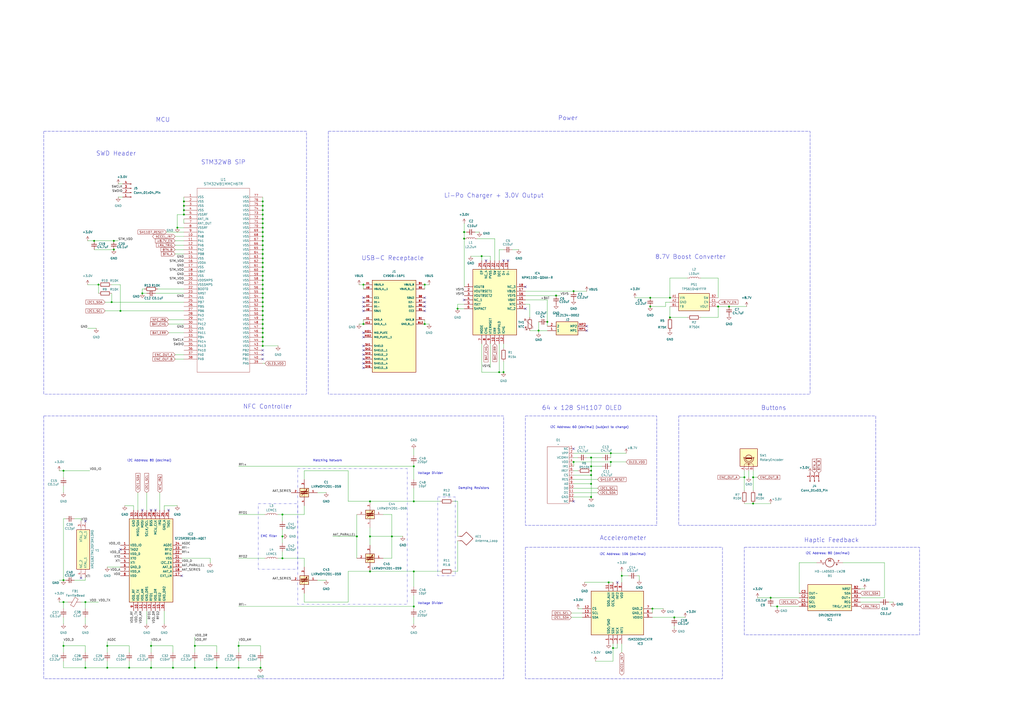
<source format=kicad_sch>
(kicad_sch (version 20250114) (generator "eeschema") (generator_version "9.0")
  (paper "A2")
  (title_block (title "Watch EVE"))
  (rectangle (start 190.5 76.2) (end 469.9 228.6) (stroke (width 0) (type dash)))
  (rectangle (start 254 288.29) (end 264.16 334.01) (stroke (width 0.127) (type dash_dot_dot)))
  (rectangle (start 393.7 241.3) (end 508 304.8) (stroke (width 0) (type dash)))
  (rectangle (start 172.72 271.78) (end 236.22 350.52) (stroke (width 0.127) (type dash_dot_dot)))
  (rectangle (start 25.4 76.2) (end 177.8 228.6) (stroke (width 0) (type dash)))
  (rectangle (start 431.8 317.5) (end 533.4 368.3) (stroke (width 0) (type dash)))
  (rectangle (start 304.8 317.5) (end 419.1 393.7) (stroke (width 0) (type dash)))
  (rectangle (start 304.8 241.3) (end 381 304.8) (stroke (width 0) (type dash)))
  (rectangle (start 25.4 241.3) (end 292.1 393.7) (stroke (width 0) (type dash)))
  (rectangle (start 149.86 292.1) (end 172.72 330.2) (stroke (width 0.127) (type dash_dot_dot)))
  (text "64 x 128 SH1107 OLED" (at 337.566 236.728 0) (effects (font (size 2.54 2.54))))
  (text "I2C Address: 80 (decimal)" (at 86.614 267.208 0) (effects (font (size 1.27 1.27))))
  (text "I2C Address: 80 (decimal)" (at 480.06 321.056 0) (effects (font (size 1.27 1.27))))
  (text "Damping Resistors" (at 274.828 283.21 0) (effects (font (size 1.27 1.27))))
  (text "Matching Network" (at 189.992 267.208 0) (effects (font (size 1.27 1.27))))
  (text "STM32WB SiP" (at 129.54 94.234 0) (effects (font (size 2.54 2.54))))
  (text "8.7V Boost Converter" (at 400.558 149.098 0) (effects (font (size 2.54 2.54))))
  (text "I2C Address: 106 (decimal)" (at 361.188 321.564 0) (effects (font (size 1.27 1.27))))
  (text "Buttons\n" (at 448.818 236.728 0) (effects (font (size 2.54 2.54))))
  (text "Accelerometer\n" (at 361.442 312.166 0) (effects (font (size 2.54 2.54))))
  (text "Power" (at 329.438 68.58 0) (effects (font (size 2.54 2.54))))
  (text "MCU" (at 94.488 69.596 0) (effects (font (size 2.54 2.54))))
  (text "Haptic Feedback" (at 482.346 313.436 0) (effects (font (size 2.54 2.54))))
  (text "SWD Header" (at 67.31 89.154 0) (effects (font (size 2.54 2.54))))
  (text "Li-Po Charger + 3.0V Output" (at 286.512 113.538 0) (effects (font (size 2.54 2.54))))
  (text "USB-C Receptacle" (at 227.838 149.86 0) (effects (font (size 2.54 2.54))))
  (text "NFC Controller\n" (at 155.194 235.966 0) (effects (font (size 2.54 2.54))))
  (text "EMC filter" (at 155.956 311.15 0) (effects (font (size 1.27 1.27))))
  (text "Voltage Divider" (at 249.682 274.574 0) (effects (font (size 1.27 1.27))))
  (text "I2C Address: 60 (decimal) (subject to change)" (at 341.884 247.904 0) (effects (font (size 1.27 1.27))))
  (text "Voltage Divider" (at 249.682 350.012 0) (effects (font (size 1.27 1.27))))
  (junction (at 106.68 124.46))
  (junction (at 214.63 290.83))
  (junction (at 152.4 154.94))
  (junction (at 66.04 139.7))
  (junction (at 152.4 187.96))
  (junction (at 240.03 270.51))
  (junction (at 436.88 276.86))
  (junction (at 125.73 387.35))
  (junction (at 66.04 144.78))
  (junction (at 152.4 152.4))
  (junction (at 207.01 311.15))
  (junction (at 87.63 387.35))
  (junction (at 388.62 184.15))
  (junction (at 152.4 200.66))
  (junction (at 416.56 177.8))
  (junction (at 163.83 311.15))
  (junction (at 240.03 331.47))
  (junction (at 152.4 142.24))
  (junction (at 240.03 290.83))
  (junction (at 354.33 267.97))
  (junction (at 355.6 375.92))
  (junction (at 152.4 124.46))
  (junction (at 163.83 323.85))
  (junction (at 87.63 374.65))
  (junction (at 152.4 134.62))
  (junction (at 152.4 190.5))
  (junction (at 106.68 121.92))
  (junction (at 342.9 275.59))
  (junction (at 74.93 387.35))
  (junction (at 138.43 374.65))
  (junction (at 152.4 160.02))
  (junction (at 151.13 387.35))
  (junction (at 292.1 215.9))
  (junction (at 152.4 167.64))
  (junction (at 332.74 168.91))
  (junction (at 279.4 148.59))
  (junction (at 342.9 270.51))
  (junction (at 152.4 119.38))
  (junction (at 227.33 311.15))
  (junction (at 269.24 138.43))
  (junction (at 289.56 215.9))
  (junction (at 49.53 387.35))
  (junction (at 62.23 387.35))
  (junction (at 353.06 337.82))
  (junction (at 342.9 280.67))
  (junction (at 152.4 129.54))
  (junction (at 422.91 177.8))
  (junction (at 332.74 267.97))
  (junction (at 152.4 193.04))
  (junction (at 36.83 374.65))
  (junction (at 62.23 374.65))
  (junction (at 246.38 165.1))
  (junction (at 152.4 162.56))
  (junction (at 138.43 387.35))
  (junction (at 152.4 147.32))
  (junction (at 113.03 387.35))
  (junction (at 317.5 186.69))
  (junction (at 388.62 172.72))
  (junction (at 246.38 187.96))
  (junction (at 152.4 170.18))
  (junction (at 152.4 165.1))
  (junction (at 210.82 187.96))
  (junction (at 354.33 262.89))
  (junction (at 214.63 311.15))
  (junction (at 152.4 177.8))
  (junction (at 36.83 336.55))
  (junction (at 113.03 374.65))
  (junction (at 82.55 170.18))
  (junction (at 152.4 185.42))
  (junction (at 106.68 119.38))
  (junction (at 431.8 276.86))
  (junction (at 152.4 132.08))
  (junction (at 265.43 179.07))
  (junction (at 152.4 144.78))
  (junction (at 64.77 175.26))
  (junction (at 152.4 195.58))
  (junction (at 210.82 165.1))
  (junction (at 152.4 198.12))
  (junction (at 54.61 139.7))
  (junction (at 436.88 292.1))
  (junction (at 152.4 157.48))
  (junction (at 102.87 132.08))
  (junction (at 106.68 116.84))
  (junction (at 377.19 177.8))
  (junction (at 450.85 351.79))
  (junction (at 342.9 265.43))
  (junction (at 152.4 172.72))
  (junction (at 342.9 273.05))
  (junction (at 269.24 134.62))
  (junction (at 49.53 349.25))
  (junction (at 163.83 298.45))
  (junction (at 391.16 358.14))
  (junction (at 100.33 387.35))
  (junction (at 152.4 175.26))
  (junction (at 312.42 191.77))
  (junction (at 240.03 351.79))
  (junction (at 152.4 116.84))
  (junction (at 36.83 349.25))
  (junction (at 152.4 149.86))
  (junction (at 377.19 172.72))
  (junction (at 214.63 331.47))
  (junction (at 447.04 346.71))
  (junction (at 57.15 165.1))
  (junction (at 360.68 334.01))
  (junction (at 152.4 139.7))
  (junction (at 152.4 182.88))
  (junction (at 36.83 273.05))
  (junction (at 152.4 180.34))
  (junction (at 152.4 121.92))
  (junction (at 152.4 127))
  (junction (at 69.85 180.34))
  (junction (at 342.9 288.29))
  (junction (at 322.58 171.45))
  (junction (at 152.4 137.16))
  (junction (at 378.46 353.06))
  (no_connect (at 152.4 203.2))
  (no_connect (at 269.24 173.99))
  (no_connect (at 210.82 172.72))
  (no_connect (at 340.36 189.23))
  (no_connect (at 97.79 295.91))
  (no_connect (at 246.38 172.72))
  (no_connect (at 152.4 208.28))
  (no_connect (at 210.82 193.04))
  (no_connect (at 210.82 180.34))
  (no_connect (at 332.74 290.83))
  (no_connect (at 304.8 179.07))
  (no_connect (at 210.82 210.82))
  (no_connect (at 105.41 334.01))
  (no_connect (at 210.82 205.74))
  (no_connect (at 49.53 302.26))
  (no_connect (at 152.4 205.74))
  (no_connect (at 294.64 151.13))
  (no_connect (at 87.63 295.91))
  (no_connect (at 304.8 166.37))
  (no_connect (at 210.82 213.36))
  (no_connect (at 210.82 177.8))
  (no_connect (at 246.38 180.34))
  (no_connect (at 358.14 337.82))
  (no_connect (at 210.82 195.58))
  (no_connect (at 246.38 175.26))
  (no_connect (at 292.1 151.13))
  (no_connect (at 46.99 335.28))
  (no_connect (at 210.82 175.26))
  (no_connect (at 246.38 177.8))
  (no_connect (at 82.55 295.91))
  (no_connect (at 90.17 295.91))
  (no_connect (at 210.82 208.28))
  (no_connect (at 69.85 318.77))
  (no_connect (at 332.74 260.35))
  (no_connect (at 340.36 191.77))
  (no_connect (at 281.94 151.13))
  (no_connect (at 210.82 203.2))
  (no_connect (at 210.82 200.66))
  (wire (pts (xy 513.08 346.71) (xy 499.11 346.71)))
  (wire (pts (xy 265.43 290.83) (xy 265.43 311.15)))
  (wire (pts (xy 332.74 168.91) (xy 340.36 168.91)))
  (wire (pts (xy 152.4 157.48) (xy 152.4 160.02)))
  (wire (pts (xy 416.56 177.8) (xy 422.91 177.8)))
  (wire (pts (xy 102.87 132.08) (xy 102.87 124.46)))
  (wire (pts (xy 49.53 358.14) (xy 49.53 361.95)))
  (wire (pts (xy 275.59 134.62) (xy 278.13 134.62)))
  (wire (pts (xy 406.4 161.29) (xy 416.56 161.29)))
  (wire (pts (xy 101.6 208.28) (xy 106.68 208.28)))
  (wire (pts (xy 317.5 186.69) (xy 317.5 189.23)))
  (wire (pts (xy 342.9 270.51) (xy 342.9 265.43)))
  (wire (pts (xy 152.4 210.82) (xy 153.67 210.82)))
  (wire (pts (xy 269.24 129.54) (xy 269.24 134.62)))
  (wire (pts (xy 152.4 127) (xy 152.4 129.54)))
  (wire (pts (xy 391.16 358.14) (xy 397.51 358.14)))
  (wire (pts (xy 270.51 134.62) (xy 269.24 134.62)))
  (wire (pts (xy 49.53 335.28) (xy 49.53 336.55)))
  (wire (pts (xy 106.68 121.92) (xy 106.68 119.38)))
  (wire (pts (xy 265.43 179.07) (xy 269.24 179.07)))
  (wire (pts (xy 106.68 116.84) (xy 106.68 114.3)))
  (wire (pts (xy 54.61 144.78) (xy 66.04 144.78)))
  (wire (pts (xy 292.1 209.55) (xy 292.1 215.9)))
  (wire (pts (xy 36.83 358.14) (xy 36.83 361.95)))
  (wire (pts (xy 74.93 387.35) (xy 87.63 387.35)))
  (wire (pts (xy 83.82 167.64) (xy 82.55 167.64)))
  (wire (pts (xy 152.4 142.24) (xy 152.4 144.78)))
  (wire (pts (xy 36.83 383.54) (xy 36.83 387.35)))
  (wire (pts (xy 92.71 285.75) (xy 92.71 295.91)))
  (wire (pts (xy 152.4 116.84) (xy 152.4 119.38)))
  (wire (pts (xy 152.4 119.38) (xy 152.4 121.92)))
  (wire (pts (xy 358.14 373.38) (xy 358.14 375.92)))
  (wire (pts (xy 355.6 383.54) (xy 355.6 375.92)))
  (wire (pts (xy 450.85 353.06) (xy 450.85 351.79)))
  (wire (pts (xy 304.8 168.91) (xy 332.74 168.91)))
  (wire (pts (xy 97.79 185.42) (xy 106.68 185.42)))
  (wire (pts (xy 289.56 215.9) (xy 292.1 215.9)))
  (wire (pts (xy 342.9 280.67) (xy 342.9 288.29)))
  (wire (pts (xy 152.4 182.88) (xy 152.4 185.42)))
  (wire (pts (xy 342.9 273.05) (xy 342.9 270.51)))
  (wire (pts (xy 113.03 369.57) (xy 113.03 374.65)))
  (wire (pts (xy 322.58 171.45) (xy 304.8 171.45)))
  (wire (pts (xy 355.6 375.92) (xy 358.14 375.92)))
  (wire (pts (xy 152.4 144.78) (xy 152.4 147.32)))
  (wire (pts (xy 388.62 184.15) (xy 388.62 177.8)))
  (wire (pts (xy 262.89 331.47) (xy 265.43 331.47)))
  (wire (pts (xy 214.63 290.83) (xy 240.03 290.83)))
  (wire (pts (xy 34.29 273.05) (xy 36.83 273.05)))
  (wire (pts (xy 279.4 148.59) (xy 279.4 151.13)))
  (wire (pts (xy 152.4 200.66) (xy 161.29 200.66)))
  (wire (pts (xy 332.74 273.05) (xy 335.28 273.05)))
  (wire (pts (xy 201.93 349.25) (xy 201.93 331.47)))
  (wire (pts (xy 152.4 114.3) (xy 152.4 116.84)))
  (wire (pts (xy 276.86 138.43) (xy 287.02 138.43)))
  (wire (pts (xy 289.56 144.78) (xy 292.1 144.78)))
  (wire (pts (xy 106.68 124.46) (xy 106.68 121.92)))
  (wire (pts (xy 69.85 165.1) (xy 69.85 180.34)))
  (wire (pts (xy 304.8 176.53) (xy 307.34 176.53)))
  (wire (pts (xy 515.62 349.25) (xy 518.16 349.25)))
  (wire (pts (xy 184.15 336.55) (xy 189.23 336.55)))
  (wire (pts (xy 163.83 298.45) (xy 176.53 298.45)))
  (wire (pts (xy 214.63 311.15) (xy 214.63 316.23)))
  (wire (pts (xy 36.83 285.75) (xy 36.83 281.94)))
  (wire (pts (xy 74.93 383.54) (xy 74.93 387.35)))
  (wire (pts (xy 332.74 267.97) (xy 354.33 267.97)))
  (wire (pts (xy 312.42 193.04) (xy 312.42 191.77)))
  (wire (pts (xy 176.53 323.85) (xy 176.53 328.93)))
  (wire (pts (xy 436.88 276.86) (xy 439.42 276.86)))
  (wire (pts (xy 377.19 172.72) (xy 388.62 172.72)))
  (wire (pts (xy 360.68 334.01) (xy 360.68 337.82)))
  (wire (pts (xy 101.6 137.16) (xy 106.68 137.16)))
  (wire (pts (xy 248.92 165.1) (xy 246.38 165.1)))
  (wire (pts (xy 36.83 353.06) (xy 36.83 349.25)))
  (wire (pts (xy 152.4 160.02) (xy 152.4 162.56)))
  (wire (pts (xy 36.83 387.35) (xy 49.53 387.35)))
  (wire (pts (xy 332.74 262.89) (xy 354.33 262.89)))
  (wire (pts (xy 138.43 351.79) (xy 240.03 351.79)))
  (wire (pts (xy 102.87 124.46) (xy 106.68 124.46)))
  (wire (pts (xy 240.03 331.47) (xy 240.03 340.36)))
  (wire (pts (xy 101.6 205.74) (xy 106.68 205.74)))
  (wire (pts (xy 201.93 273.05) (xy 201.93 290.83)))
  (wire (pts (xy 289.56 199.39) (xy 289.56 215.9)))
  (wire (pts (xy 152.4 177.8) (xy 152.4 180.34)))
  (wire (pts (xy 152.4 121.92) (xy 152.4 124.46)))
  (wire (pts (xy 332.74 285.75) (xy 346.71 285.75)))
  (wire (pts (xy 152.4 187.96) (xy 152.4 190.5)))
  (wire (pts (xy 82.55 167.64) (xy 82.55 170.18)))
  (wire (pts (xy 210.82 185.42) (xy 210.82 187.96)))
  (wire (pts (xy 332.74 265.43) (xy 335.28 265.43)))
  (wire (pts (xy 307.34 184.15) (xy 307.34 176.53)))
  (wire (pts (xy 360.68 331.47) (xy 360.68 334.01)))
  (wire (pts (xy 49.53 349.25) (xy 49.53 353.06)))
  (wire (pts (xy 36.83 372.11) (xy 36.83 374.65)))
  (wire (pts (xy 138.43 270.51) (xy 240.03 270.51)))
  (wire (pts (xy 325.12 171.45) (xy 322.58 171.45)))
  (wire (pts (xy 34.29 336.55) (xy 36.83 336.55)))
  (wire (pts (xy 152.4 132.08) (xy 152.4 134.62)))
  (wire (pts (xy 62.23 387.35) (xy 74.93 387.35)))
  (wire (pts (xy 57.15 165.1) (xy 57.15 170.18)))
  (wire (pts (xy 368.3 172.72) (xy 377.19 172.72)))
  (wire (pts (xy 36.83 273.05) (xy 36.83 276.86)))
  (wire (pts (xy 50.8 190.5) (xy 55.88 190.5)))
  (wire (pts (xy 106.68 127) (xy 106.68 129.54)))
  (wire (pts (xy 289.56 144.78) (xy 289.56 151.13)))
  (wire (pts (xy 331.47 355.6) (xy 337.82 355.6)))
  (wire (pts (xy 355.6 373.38) (xy 355.6 375.92)))
  (wire (pts (xy 152.4 167.64) (xy 152.4 170.18)))
  (wire (pts (xy 292.1 199.39) (xy 292.1 201.93)))
  (wire (pts (xy 176.53 298.45) (xy 176.53 293.37)))
  (wire (pts (xy 161.29 323.85) (xy 163.83 323.85)))
  (wire (pts (xy 312.42 191.77) (xy 317.5 191.77)))
  (wire (pts (xy 106.68 119.38) (xy 106.68 116.84)))
  (wire (pts (xy 265.43 176.53) (xy 269.24 176.53)))
  (wire (pts (xy 69.85 180.34) (xy 106.68 180.34)))
  (wire (pts (xy 64.77 175.26) (xy 106.68 175.26)))
  (wire (pts (xy 163.83 323.85) (xy 163.83 320.04)))
  (wire (pts (xy 50.8 165.1) (xy 57.15 165.1)))
  (wire (pts (xy 87.63 374.65) (xy 100.33 374.65)))
  (wire (pts (xy 95.25 293.37) (xy 95.25 295.91)))
  (wire (pts (xy 447.04 351.79) (xy 450.85 351.79)))
  (wire (pts (xy 62.23 372.11) (xy 62.23 374.65)))
  (wire (pts (xy 100.33 383.54) (xy 100.33 387.35)))
  (wire (pts (xy 388.62 161.29) (xy 398.78 161.29)))
  (wire (pts (xy 152.4 137.16) (xy 152.4 139.7)))
  (wire (pts (xy 227.33 311.15) (xy 227.33 323.85)))
  (wire (pts (xy 152.4 165.1) (xy 152.4 167.64)))
  (wire (pts (xy 151.13 387.35) (xy 138.43 387.35)))
  (wire (pts (xy 36.83 300.99) (xy 36.83 336.55)))
  (wire (pts (xy 152.4 152.4) (xy 152.4 154.94)))
  (wire (pts (xy 332.74 288.29) (xy 342.9 288.29)))
  (wire (pts (xy 87.63 372.11) (xy 87.63 374.65)))
  (wire (pts (xy 317.5 173.99) (xy 317.5 186.69)))
  (wire (pts (xy 378.46 355.6) (xy 378.46 353.06)))
  (wire (pts (xy 208.28 187.96) (xy 210.82 187.96)))
  (wire (pts (xy 354.33 267.97) (xy 363.22 267.97)))
  (wire (pts (xy 97.79 187.96) (xy 106.68 187.96)))
  (wire (pts (xy 331.47 358.14) (xy 337.82 358.14)))
  (wire (pts (xy 34.29 349.25) (xy 36.83 349.25)))
  (wire (pts (xy 138.43 387.35) (xy 125.73 387.35)))
  (wire (pts (xy 354.33 262.89) (xy 363.22 262.89)))
  (wire (pts (xy 499.11 341.63) (xy 501.65 341.63)))
  (wire (pts (xy 152.4 198.12) (xy 152.4 200.66)))
  (wire (pts (xy 304.8 173.99) (xy 317.5 173.99)))
  (wire (pts (xy 163.83 307.34) (xy 163.83 311.15)))
  (wire (pts (xy 265.43 179.07) (xy 265.43 176.53)))
  (wire (pts (xy 406.4 184.15) (xy 416.56 184.15)))
  (wire (pts (xy 163.83 323.85) (xy 176.53 323.85)))
  (wire (pts (xy 85.09 285.75) (xy 85.09 295.91)))
  (wire (pts (xy 391.16 364.49) (xy 391.16 363.22)))
  (wire (pts (xy 125.73 383.54) (xy 125.73 387.35)))
  (wire (pts (xy 342.9 275.59) (xy 342.9 280.67)))
  (wire (pts (xy 152.4 172.72) (xy 152.4 175.26)))
  (wire (pts (xy 332.74 280.67) (xy 342.9 280.67)))
  (wire (pts (xy 152.4 190.5) (xy 152.4 193.04)))
  (wire (pts (xy 152.4 147.32) (xy 152.4 149.86)))
  (wire (pts (xy 345.44 383.54) (xy 355.6 383.54)))
  (wire (pts (xy 429.26 276.86) (xy 431.8 276.86)))
  (wire (pts (xy 240.03 345.44) (xy 240.03 351.79)))
  (wire (pts (xy 62.23 328.93) (xy 69.85 328.93)))
  (wire (pts (xy 138.43 374.65) (xy 151.13 374.65)))
  (wire (pts (xy 176.53 273.05) (xy 176.53 278.13)))
  (wire (pts (xy 513.08 326.39) (xy 513.08 346.71)))
  (wire (pts (xy 113.03 374.65) (xy 125.73 374.65)))
  (wire (pts (xy 436.88 276.86) (xy 436.88 284.48)))
  (wire (pts (xy 36.83 374.65) (xy 49.53 374.65)))
  (wire (pts (xy 214.63 331.47) (xy 240.03 331.47)))
  (wire (pts (xy 227.33 311.15) (xy 233.68 311.15)))
  (wire (pts (xy 102.87 132.08) (xy 106.68 132.08)))
  (wire (pts (xy 152.4 124.46) (xy 152.4 127)))
  (wire (pts (xy 240.03 290.83) (xy 255.27 290.83)))
  (wire (pts (xy 193.04 311.15) (xy 207.01 311.15)))
  (wire (pts (xy 342.9 265.43) (xy 349.25 265.43)))
  (wire (pts (xy 279.4 148.59) (xy 284.48 148.59)))
  (wire (pts (xy 342.9 270.51) (xy 349.25 270.51)))
  (wire (pts (xy 60.96 180.34) (xy 69.85 180.34)))
  (wire (pts (xy 434.34 273.05) (xy 434.34 276.86)))
  (wire (pts (xy 152.4 193.04) (xy 152.4 195.58)))
  (wire (pts (xy 152.4 129.54) (xy 152.4 132.08)))
  (wire (pts (xy 72.39 293.37) (xy 77.47 293.37)))
  (wire (pts (xy 201.93 290.83) (xy 214.63 290.83)))
  (wire (pts (xy 339.09 337.82) (xy 353.06 337.82)))
  (wire (pts (xy 284.48 148.59) (xy 284.48 151.13)))
  (wire (pts (xy 354.33 267.97) (xy 354.33 270.51)))
  (wire (pts (xy 386.08 177.8) (xy 377.19 177.8)))
  (wire (pts (xy 152.4 170.18) (xy 152.4 172.72)))
  (wire (pts (xy 240.03 270.51) (xy 240.03 278.13)))
  (wire (pts (xy 54.61 139.7) (xy 66.04 139.7)))
  (wire (pts (xy 176.53 349.25) (xy 201.93 349.25)))
  (wire (pts (xy 138.43 383.54) (xy 138.43 387.35)))
  (wire (pts (xy 90.17 170.18) (xy 106.68 170.18)))
  (wire (pts (xy 312.42 186.69) (xy 312.42 191.77)))
  (wire (pts (xy 66.04 139.7) (xy 68.58 139.7)))
  (wire (pts (xy 152.4 154.94) (xy 152.4 157.48)))
  (wire (pts (xy 125.73 374.65) (xy 125.73 378.46)))
  (wire (pts (xy 95.25 361.95) (xy 95.25 354.33)))
  (wire (pts (xy 152.4 134.62) (xy 152.4 137.16)))
  (wire (pts (xy 227.33 298.45) (xy 227.33 311.15)))
  (wire (pts (xy 62.23 383.54) (xy 62.23 387.35)))
  (wire (pts (xy 49.53 383.54) (xy 49.53 387.35)))
  (wire (pts (xy 436.88 292.1) (xy 447.04 292.1)))
  (wire (pts (xy 152.4 139.7) (xy 152.4 142.24)))
  (wire (pts (xy 138.43 298.45) (xy 153.67 298.45)))
  (wire (pts (xy 398.78 184.15) (xy 388.62 184.15)))
  (wire (pts (xy 138.43 378.46) (xy 138.43 374.65)))
  (wire (pts (xy 269.24 134.62) (xy 269.24 138.43)))
  (wire (pts (xy 240.03 260.35) (xy 240.03 264.16)))
  (wire (pts (xy 499.11 349.25) (xy 510.54 349.25)))
  (wire (pts (xy 431.8 292.1) (xy 436.88 292.1)))
  (wire (pts (xy 463.55 344.17) (xy 463.55 326.39)))
  (wire (pts (xy 332.74 275.59) (xy 342.9 275.59)))
  (wire (pts (xy 101.6 147.32) (xy 106.68 147.32)))
  (wire (pts (xy 240.03 358.14) (xy 240.03 361.95)))
  (wire (pts (xy 152.4 185.42) (xy 152.4 187.96)))
  (wire (pts (xy 68.58 114.3) (xy 71.12 114.3)))
  (wire (pts (xy 240.03 283.21) (xy 240.03 290.83)))
  (wire (pts (xy 152.4 149.86) (xy 152.4 152.4)))
  (wire (pts (xy 208.28 165.1) (xy 210.82 165.1)))
  (wire (pts (xy 36.83 349.25) (xy 39.37 349.25)))
  (wire (pts (xy 138.43 323.85) (xy 153.67 323.85)))
  (wire (pts (xy 100.33 387.35) (xy 113.03 387.35)))
  (wire (pts (xy 207.01 311.15) (xy 207.01 323.85)))
  (wire (pts (xy 43.18 300.99) (xy 46.99 300.99)))
  (wire (pts (xy 74.93 374.65) (xy 62.23 374.65)))
  (wire (pts (xy 201.93 331.47) (xy 214.63 331.47)))
  (wire (pts (xy 97.79 193.04) (xy 106.68 193.04)))
  (wire (pts (xy 370.84 334.01) (xy 369.57 334.01)))
  (wire (pts (xy 176.53 349.25) (xy 176.53 344.17)))
  (wire (pts (xy 287.02 138.43) (xy 287.02 151.13)))
  (wire (pts (xy 332.74 283.21) (xy 346.71 283.21)))
  (wire (pts (xy 68.58 106.68) (xy 71.12 106.68)))
  (wire (pts (xy 248.92 187.96) (xy 246.38 187.96)))
  (wire (pts (xy 152.4 195.58) (xy 152.4 198.12)))
  (wire (pts (xy 431.8 276.86) (xy 431.8 284.48)))
  (wire (pts (xy 151.13 374.65) (xy 151.13 378.46)))
  (wire (pts (xy 386.08 177.8) (xy 386.08 175.26)))
  (wire (pts (xy 269.24 138.43) (xy 269.24 166.37)))
  (wire (pts (xy 463.55 326.39) (xy 473.71 326.39)))
  (wire (pts (xy 262.89 290.83) (xy 265.43 290.83)))
  (wire (pts (xy 62.23 374.65) (xy 62.23 378.46)))
  (wire (pts (xy 222.25 298.45) (xy 227.33 298.45)))
  (wire (pts (xy 49.53 378.46) (xy 49.53 374.65)))
  (wire (pts (xy 151.13 383.54) (xy 151.13 387.35)))
  (wire (pts (xy 207.01 298.45) (xy 207.01 311.15)))
  (wire (pts (xy 416.56 184.15) (xy 416.56 177.8)))
  (wire (pts (xy 332.74 267.97) (xy 332.74 270.51)))
  (wire (pts (xy 100.33 374.65) (xy 100.33 378.46)))
  (wire (pts (xy 49.53 349.25) (xy 57.15 349.25)))
  (wire (pts (xy 214.63 311.15) (xy 227.33 311.15)))
  (wire (pts (xy 77.47 293.37) (xy 77.47 295.91)))
  (wire (pts (xy 214.63 306.07) (xy 214.63 311.15)))
  (wire (pts (xy 240.03 269.24) (xy 240.03 270.51)))
  (wire (pts (xy 354.33 262.89) (xy 354.33 265.43)))
  (wire (pts (xy 447.04 346.71) (xy 439.42 346.71)))
  (wire (pts (xy 36.83 374.65) (xy 36.83 378.46)))
  (wire (pts (xy 101.6 142.24) (xy 106.68 142.24)))
  (wire (pts (xy 49.53 336.55) (xy 43.18 336.55)))
  (wire (pts (xy 87.63 378.46) (xy 87.63 374.65)))
  (wire (pts (xy 60.96 175.26) (xy 64.77 175.26)))
  (wire (pts (xy 82.55 170.18) (xy 85.09 170.18)))
  (wire (pts (xy 210.82 165.1) (xy 210.82 167.64)))
  (wire (pts (xy 121.92 323.85) (xy 105.41 323.85)))
  (wire (pts (xy 378.46 353.06) (xy 384.81 353.06)))
  (wire (pts (xy 176.53 273.05) (xy 201.93 273.05)))
  (wire (pts (xy 49.53 387.35) (xy 62.23 387.35)))
  (wire (pts (xy 184.15 285.75) (xy 189.23 285.75)))
  (wire (pts (xy 113.03 387.35) (xy 125.73 387.35)))
  (wire (pts (xy 50.8 139.7) (xy 54.61 139.7)))
  (wire (pts (xy 87.63 383.54) (xy 87.63 387.35)))
  (wire (pts (xy 332.74 278.13) (xy 346.71 278.13)))
  (wire (pts (xy 370.84 336.55) (xy 370.84 334.01)))
  (wire (pts (xy 360.68 334.01) (xy 364.49 334.01)))
  (wire (pts (xy 312.42 191.77) (xy 307.34 191.77)))
  (wire (pts (xy 273.05 148.59) (xy 279.4 148.59)))
  (wire (pts (xy 463.55 346.71) (xy 447.04 346.71)))
  (wire (pts (xy 96.52 134.62) (xy 106.68 134.62)))
  (wire (pts (xy 152.4 180.34) (xy 152.4 182.88)))
  (wire (pts (xy 163.83 298.45) (xy 163.83 302.26)))
  (wire (pts (xy 101.6 144.78) (xy 106.68 144.78)))
  (wire (pts (xy 240.03 351.79) (xy 240.03 353.06)))
  (wire (pts (xy 378.46 358.14) (xy 391.16 358.14)))
  (wire (pts (xy 279.4 199.39) (xy 279.4 215.9)))
  (wire (pts (xy 64.77 165.1) (xy 69.85 165.1)))
  (wire (pts (xy 227.33 323.85) (xy 222.25 323.85)))
  (wire (pts (xy 360.68 373.38) (xy 360.68 378.46)))
  (wire (pts (xy 163.83 311.15) (xy 163.83 314.96)))
  (wire (pts (xy 102.87 293.37) (xy 95.25 293.37)))
  (wire (pts (xy 46.99 349.25) (xy 49.53 349.25)))
  (wire (pts (xy 340.36 265.43) (xy 342.9 265.43)))
  (wire (pts (xy 85.09 361.95) (xy 85.09 354.33)))
  (wire (pts (xy 80.01 285.75) (xy 80.01 295.91)))
  (wire (pts (xy 246.38 165.1) (xy 246.38 167.64)))
  (wire (pts (xy 121.92 326.39) (xy 121.92 323.85)))
  (wire (pts (xy 431.8 273.05) (xy 431.8 276.86)))
  (wire (pts (xy 335.28 353.06) (xy 337.82 353.06)))
  (wire (pts (xy 161.29 298.45) (xy 163.83 298.45)))
  (wire (pts (xy 422.91 177.8) (xy 433.07 177.8)))
  (wire (pts (xy 74.93 378.46) (xy 74.93 374.65)))
  (wire (pts (xy 152.4 175.26) (xy 152.4 177.8)))
  (wire (pts (xy 416.56 161.29) (xy 416.56 172.72)))
  (wire (pts (xy 64.77 170.18) (xy 64.77 175.26)))
  (wire (pts (xy 488.95 326.39) (xy 513.08 326.39)))
  (wire (pts (xy 436.88 273.05) (xy 436.88 276.86)))
  (wire (pts (xy 386.08 175.26) (xy 388.62 175.26)))
  (wire (pts (xy 38.1 336.55) (xy 36.83 336.55)))
  (wire (pts (xy 463.55 351.79) (xy 450.85 351.79)))
  (wire (pts (xy 246.38 187.96) (xy 246.38 185.42)))
  (wire (pts (xy 113.03 383.54) (xy 113.03 387.35)))
  (wire (pts (xy 152.4 162.56) (xy 152.4 165.1)))
  (wire (pts (xy 38.1 300.99) (xy 36.83 300.99)))
  (wire (pts (xy 138.43 372.11) (xy 138.43 374.65)))
  (wire (pts (xy 91.44 167.64) (xy 106.68 167.64)))
  (wire (pts (xy 297.18 144.78) (xy 300.99 144.78)))
  (wire (pts (xy 46.99 300.99) (xy 46.99 302.26)))
  (wire (pts (xy 284.48 199.39) (xy 284.48 213.36)))
  (wire (pts (xy 87.63 387.35) (xy 100.33 387.35)))
  (wire (pts (xy 342.9 273.05) (xy 342.9 275.59)))
  (wire (pts (xy 388.62 172.72) (xy 388.62 161.29)))
  (wire (pts (xy 279.4 215.9) (xy 289.56 215.9)))
  (wire (pts (xy 36.83 273.05) (xy 52.07 273.05)))
  (wire (pts (xy 101.6 139.7) (xy 106.68 139.7)))
  (wire (pts (xy 113.03 378.46) (xy 113.03 374.65)))
  (wire (pts (xy 353.06 337.82) (xy 355.6 337.82)))
  (wire (pts (xy 240.03 331.47) (xy 255.27 331.47)))
  (wire (pts (xy 265.43 331.47) (xy 265.43 313.69)))
  (label "STM_VDD" (at 106.68 152.4 180))
  (label "RFI+" (at 138.43 270.51 0))
  (label "RFI-" (at 138.43 351.79 0))
  (label "VSYS" (at 269.24 168.91 180))
  (label "VDD" (at 69.85 334.01 180))
  (label "VDD_TX" (at 80.01 354.33 270))
  (label "VDD_A" (at 87.63 372.11 0))
  (label "RFO1" (at 87.63 354.33 270))
  (label "VDD_AM" (at 82.55 354.33 270))
  (label "VDD_A" (at 69.85 331.47 180))
  (label "VDD_D" (at 69.85 321.31 180))
  (label "STM_VDD" (at 68.58 139.7 0))
  (label "VSYS" (at 284.48 213.36 180))
  (label "GND" (at 106.68 160.02 180))
  (label "SWCLK" (at 71.12 109.22 180))
  (label "AAT_PARALLEL" (at 193.04 311.15 0))
  (label "XTO" (at 69.85 323.85 180))
  (label "STM_VDD" (at 106.68 162.56 180))
  (label "GND" (at 106.68 190.5 180))
  (label "AAT_SERIES" (at 105.41 331.47 0))
  (label "VDD_D" (at 105.41 326.39 0))
  (label "VDD_RF" (at 77.47 354.33 270))
  (label "XTI" (at 49.53 335.28 0))
  (label "XTO" (at 46.99 302.26 0))
  (label "VDD_AM" (at 138.43 372.11 0))
  (label "SWDIO" (at 106.68 200.66 180))
  (label "VDD_IO" (at 52.07 273.05 0))
  (label "RFI+" (at 105.41 321.31 0))
  (label "VDD_IO" (at 69.85 316.23 180))
  (label "+BAT" (at 313.69 173.99 0))
  (label "SWDIO" (at 71.12 111.76 180))
  (label "AGDC" (at 62.23 372.11 0))
  (label "AAT_SERIES" (at 168.91 285.75 180))
  (label "RFO2" (at 138.43 323.85 0))
  (label "VDD" (at 52.07 349.25 0))
  (label "GND" (at 106.68 172.72 180))
  (label "VDD_TX" (at 57.15 349.25 0))
  (label "GND" (at 106.68 149.86 180))
  (label "AGDC" (at 105.41 316.23 0))
  (label "RFO1" (at 138.43 298.45 0))
  (label "RFI-" (at 105.41 318.77 0))
  (label "VDD_RF" (at 113.03 372.11 0))
  (label "VDD_D" (at 36.83 372.11 0))
  (label "VDD_DR" (at 113.03 369.57 0))
  (label "VSYS" (at 325.12 171.45 0))
  (label "AAT_PARALLEL" (at 105.41 328.93 0))
  (label "VSYS" (at 269.24 171.45 180))
  (label "SWCLK" (at 106.68 198.12 180))
  (label "GND" (at 106.68 165.1 180))
  (label "GND" (at 50.8 190.5 180))
  (label "VDD_DR" (at 90.17 354.33 270))
  (label "XTI" (at 69.85 326.39 180))
  (label "GND" (at 106.68 154.94 180))
  (label "RFO2" (at 92.71 354.33 270))
  (label "AAT_SERIES" (at 168.91 336.55 180))
  (label "STM_VDD" (at 106.68 157.48 180))
  (global_label "I2C1_SDA" (shape input) (at 331.47 358.14 180) (property "Intersheetrefs" "${INTERSHEET_REFS}" (effects (hide yes))))
  (global_label "I2C1_SDA" (shape input) (at 499.11 344.17 0) (property "Intersheetrefs" "${INTERSHEET_REFS}" (effects (hide yes))))
  (global_label "OLED_VDD" (shape input) (at 153.67 210.82 0) (property "Intersheetrefs" "${INTERSHEET_REFS}" (effects (hide yes))))
  (global_label "BAT_ERR" (shape input) (at 287.02 199.39 270) (property "Intersheetrefs" "${INTERSHEET_REFS}" (effects (hide yes))))
  (global_label "BTN_A" (shape input) (at 101.6 147.32 180) (property "Intersheetrefs" "${INTERSHEET_REFS}" (effects (hide yes))))
  (global_label "BAT_CHG" (shape input) (at 281.94 199.39 270) (property "Intersheetrefs" "${INTERSHEET_REFS}" (effects (hide yes))))
  (global_label "SH1107_RESET" (shape input) (at 96.52 134.62 180) (property "Intersheetrefs" "${INTERSHEET_REFS}" (effects (hide yes))))
  (global_label "I2C1_SDA" (shape input) (at 80.01 285.75 90) (property "Intersheetrefs" "${INTERSHEET_REFS}" (effects (hide yes))))
  (global_label "NFC_IRQ" (shape input) (at 92.71 285.75 90) (property "Intersheetrefs" "${INTERSHEET_REFS}" (effects (hide yes))))
  (global_label "I2C1_SCL" (shape input) (at 85.09 285.75 90) (property "Intersheetrefs" "${INTERSHEET_REFS}" (effects (hide yes))))
  (global_label "BTN_B" (shape input) (at 474.98 274.32 90) (property "Intersheetrefs" "${INTERSHEET_REFS}" (effects (hide yes))))
  (global_label "OLED_VDD" (shape input) (at 363.22 267.97 0) (property "Intersheetrefs" "${INTERSHEET_REFS}" (effects (hide yes))))
  (global_label "BTN_B" (shape input) (at 101.6 144.78 180) (property "Intersheetrefs" "${INTERSHEET_REFS}" (effects (hide yes))))
  (global_label "BAT_ERR" (shape input) (at 97.79 193.04 180) (property "Intersheetrefs" "${INTERSHEET_REFS}" (effects (hide yes))))
  (global_label "I2C1_SCL" (shape input) (at 60.96 180.34 180) (property "Intersheetrefs" "${INTERSHEET_REFS}" (effects (hide yes))))
  (global_label "+8.7V_EN" (shape input) (at 101.6 139.7 180) (property "Intersheetrefs" "${INTERSHEET_REFS}" (effects (hide yes))))
  (global_label "LRA_TRIG" (shape input) (at 101.6 142.24 180) (property "Intersheetrefs" "${INTERSHEET_REFS}" (effects (hide yes))))
  (global_label "+8.7V_EN" (shape input) (at 416.56 175.26 0) (property "Intersheetrefs" "${INTERSHEET_REFS}" (effects (hide yes))))
  (global_label "BTN_A" (shape input) (at 472.44 274.32 90) (property "Intersheetrefs" "${INTERSHEET_REFS}" (effects (hide yes))))
  (global_label "LRA_TRIG" (shape input) (at 499.11 351.79 0) (property "Intersheetrefs" "${INTERSHEET_REFS}" (effects (hide yes))))
  (global_label "ACCEL_INT" (shape tri_state) (at 360.68 378.46 270) (property "Intersheetrefs" "${INTERSHEET_REFS}" (effects (hide yes))))
  (global_label "I2C1_SDA" (shape input) (at 346.71 285.75 0) (property "Intersheetrefs" "${INTERSHEET_REFS}" (effects (hide yes))))
  (global_label "ENC_OUT_B" (shape input) (at 439.42 276.86 0) (property "Intersheetrefs" "${INTERSHEET_REFS}" (effects (hide yes))))
  (global_label "I2C1_SCL" (shape input) (at 331.47 355.6 180) (property "Intersheetrefs" "${INTERSHEET_REFS}" (effects (hide yes))))
  (global_label "I2C1_SDA" (shape input) (at 60.96 175.26 180) (property "Intersheetrefs" "${INTERSHEET_REFS}" (effects (hide yes))))
  (global_label "BAT_CHG" (shape input) (at 97.79 187.96 180) (property "Intersheetrefs" "${INTERSHEET_REFS}" (effects (hide yes))))
  (global_label "NFC_IRQ" (shape input) (at 97.79 185.42 180) (property "Intersheetrefs" "${INTERSHEET_REFS}" (effects (hide yes))))
  (global_label "ENC_OUT_A" (shape input) (at 429.26 276.86 180) (property "Intersheetrefs" "${INTERSHEET_REFS}" (effects (hide yes))))
  (global_label "SH1107_RESET" (shape input) (at 346.71 278.13 0) (property "Intersheetrefs" "${INTERSHEET_REFS}" (effects (hide yes))))
  (global_label "ACCEL_INT" (shape tri_state) (at 101.6 137.16 180) (property "Intersheetrefs" "${INTERSHEET_REFS}" (effects (hide yes))))
  (global_label "ENC_OUT_B" (shape input) (at 101.6 208.28 180) (property "Intersheetrefs" "${INTERSHEET_REFS}" (effects (hide yes))))
  (global_label "I2C1_SCL" (shape input) (at 463.55 349.25 180) (property "Intersheetrefs" "${INTERSHEET_REFS}" (effects (hide yes))))
  (global_label "ENC_OUT_A" (shape input) (at 101.6 205.74 180) (property "Intersheetrefs" "${INTERSHEET_REFS}" (effects (hide yes))))
  (global_label "I2C1_SCL" (shape input) (at 346.71 283.21 0) (property "Intersheetrefs" "${INTERSHEET_REFS}" (effects (hide yes))))
  (symbol (lib_id "Device:C_Small") (at 163.83 317.5 180) (unit 1)
    (property "Reference" "C42" (at 168.91 316.738 0))
    (property "Value" "620pF" (at 168.91 318.77 0))
    (property "Footprint" "Capacitor_SMD:C_0402_1005Metric" (effects (hide yes)))
    (property "Description" "Unpolarized capacitor, small symbol" (effects (hide yes)))
  )
  (symbol (lib_id "Device:C_Small") (at 49.53 355.6 180) (unit 1)
    (property "Reference" "C38" (at 44.958 355.092 0))
    (property "Value" "C1uF" (at 44.958 357.124 0))
    (property "Footprint" "Capacitor_SMD:C_0402_1005Metric" (effects (hide yes)))
    (property "Description" "Unpolarized capacitor, small symbol" (effects (hide yes)))
  )
  (symbol (lib_id "power:GND") (at 332.74 173.99 0) (unit 1)
    (property "Reference" "#PWR016" (effects (hide yes)))
    (property "Value" "GND" (at 332.74 179.07 0))
    (property "Description" "Power symbol creates a global label with name \"GND\" , ground" (effects (hide yes)))
  )
  (symbol (lib_id "power:GND") (at 450.85 353.06 0) (unit 1)
    (property "Reference" "#PWR029" (effects (hide yes)))
    (property "Value" "GND" (at 454.66 354.33 0))
    (property "Description" "Power symbol creates a global label with name \"GND\" , ground" (effects (hide yes)))
  )
  (symbol (lib_id "Device:C_Small") (at 332.74 171.45 0) (unit 1)
    (property "Reference" "C3" (at 336.55 170.688 0))
    (property "Value" "C2.2uF" (at 338.074 172.466 0))
    (property "Footprint" "Capacitor_SMD:C_0402_1005Metric" (effects (hide yes)))
    (property "Description" "Unpolarized capacitor, small symbol" (effects (hide yes)))
  )
  (symbol (lib_id "power:VBUS") (at 363.22 262.89 0) (unit 1)
    (property "Reference" "#PWR034" (effects (hide yes)))
    (property "Value" "+8.7V" (at 366.776 259.842 0))
    (property "Description" "Power symbol creates a global label with name \"VBUS\"" (effects (hide yes)))
  )
  (symbol (lib_id "power:VBUS") (at 34.29 273.05 0) (unit 1)
    (property "Reference" "#PWR037" (effects (hide yes)))
    (property "Value" "+3.0V" (at 34.29 267.97 0))
    (property "Description" "Power symbol creates a global label with name \"VBUS\"" (effects (hide yes)))
  )
  (symbol (lib_id "Device:C_Small") (at 49.53 381 180) (unit 1)
    (property "Reference" "C28" (at 44.958 380.492 0))
    (property "Value" "C10nF" (at 44.958 382.524 0))
    (property "Footprint" "Capacitor_SMD:C_0201_0603Metric" (effects (hide yes)))
    (property "Description" "Unpolarized capacitor, small symbol" (effects (hide yes)))
  )
  (symbol (lib_id "Device:C_Small") (at 62.23 381 180) (unit 1)
    (property "Reference" "C29" (at 57.404 380.492 0))
    (property "Value" "C2.2uF" (at 57.404 382.524 0))
    (property "Footprint" "Capacitor_SMD:C_0201_0603Metric" (effects (hide yes)))
    (property "Description" "Unpolarized capacitor, small symbol" (effects (hide yes)))
  )
  (symbol (lib_id "power:VBUS") (at 68.58 106.68 0) (unit 1)
    (property "Reference" "#PWR068" (effects (hide yes)))
    (property "Value" "+3.0V" (at 70.866 102.616 0))
    (property "Description" "Power symbol creates a global label with name \"VBUS\"" (effects (hide yes)))
  )
  (symbol (lib_id "power:GND") (at 233.68 311.15 0) (unit 1)
    (property "Reference" "#PWR059" (effects (hide yes)))
    (property "Value" "GND" (at 233.68 316.23 0))
    (property "Description" "Power symbol creates a global label with name \"GND\" , ground" (effects (hide yes)))
  )
  (symbol (lib_id "Device:R") (at 388.62 187.96 180) (unit 1)
    (property "Reference" "R5" (at 384.175 186.055 0))
    (property "Value" "R75K" (at 384.175 189.865 0))
    (property "Footprint" "Resistor_SMD:R_0402_1005Metric" (effects (hide yes)))
    (property "Description" "Resistor" (effects (hide yes)))
  )
  (symbol (lib_id "power:GND") (at 384.81 353.06 0) (unit 1)
    (property "Reference" "#PWR028" (effects (hide yes)))
    (property "Value" "GND" (at 388.874 354.838 0))
    (property "Description" "Power symbol creates a global label with name \"GND\" , ground" (effects (hide yes)))
  )
  (symbol (lib_id "power:VBUS") (at 368.3 172.72 0) (unit 1)
    (property "Reference" "#PWR022" (effects (hide yes)))
    (property "Value" "+3.0V" (at 368.3 167.64 0))
    (property "Description" "Power symbol creates a global label with name \"VBUS\"" (effects (hide yes)))
  )
  (symbol (lib_id "oled:SH1107_OLED") (at 330.2 271.78 0) (unit 1)
    (property "Reference" "O1" (at 323.85 255.27 0))
    (property "Value" "~" (at 323.85 257.81 0))
    (property "Footprint" "Library:P0.7_FPC" (effects (hide yes)))
  )
  (symbol (lib_id "stm32wb:STM32WB1MMCH6TR") (at 106.68 114.3 0) (unit 1)
    (property "Reference" "U1" (at 129.54 104.14 0) (effects (font (size 1.524 1.524))))
    (property "Value" "STM32WB1MMCH6TR" (at 129.54 106.68 0) (effects (font (size 1.524 1.524))))
    (property "Footprint" "Library:LGA77_6P5X10_STM" (effects (hide yes)))
    (property "Datasheet" "STM32WB1MMCH6TR" (effects (hide yes)))
  )
  (symbol (lib_id "power:GND") (at 322.58 176.53 0) (unit 1)
    (property "Reference" "#PWR03" (effects (hide yes)))
    (property "Value" "GND" (at 322.58 181.61 0))
    (property "Description" "Power symbol creates a global label with name \"GND\" , ground" (effects (hide yes)))
  )
  (symbol (lib_id "vccaps:LXRW0YV201-059") (at 176.53 336.55 0) (unit 1)
    (property "Reference" "C43" (at 189.23 330.4792 0))
    (property "Value" "LXRW0YV201-059" (at 189.23 333.0192 0))
    (property "Footprint" "Library:LXRW0YV201059" (effects (hide yes)))
    (property "PARTREV" "July, 2018" (effects (hide yes)))
    (property "STANDARD" "Manufacturer Recommendations" (effects (hide yes)))
    (property "MAXIMUM_PACKAGE_HEIGHT" "0.3mm" (effects (hide yes)))
    (property "MANUFACTURER" "Murata" (effects (hide yes)))
  )
  (symbol (lib_id "power:GND") (at 518.16 349.25 0) (unit 1)
    (property "Reference" "#PWR031" (effects (hide yes)))
    (property "Value" "GND" (at 521.97 350.52 0))
    (property "Description" "Power symbol creates a global label with name \"GND\" , ground" (effects (hide yes)))
  )
  (symbol (lib_id "power:GND") (at 102.87 293.37 0) (unit 1)
    (property "Reference" "#PWR053" (effects (hide yes)))
    (property "Value" "GND" (at 102.87 298.45 0))
    (property "Description" "Power symbol creates a global label with name \"GND\" , ground" (effects (hide yes)))
  )
  (symbol (lib_id "Device:C_Small") (at 351.79 265.43 270) (unit 1)
    (property "Reference" "C13" (at 351.282 259.334 90))
    (property "Value" "C4.7uF" (at 351.79 261.366 90))
    (property "Footprint" "Capacitor_SMD:C_0603_1608Metric" (effects (hide yes)))
    (property "Description" "Unpolarized capacitor, small symbol, 16V X7R" (effects (hide yes)))
  )
  (symbol (lib_id "Device:R") (at 60.96 170.18 270) (unit 1)
    (property "Reference" "R9" (at 60.706 167.894 90))
    (property "Value" "R10K" (at 66.294 167.894 90))
    (property "Footprint" "Resistor_SMD:R_0402_1005Metric" (effects (hide yes)))
    (property "Description" "Resistor" (effects (hide yes)))
  )
  (symbol (lib_id "Device:C_Small") (at 240.03 355.6 180) (unit 1)
    (property "Reference" "C47" (at 245.11 354.838 0))
    (property "Value" "220pF" (at 245.11 356.87 0))
    (property "Footprint" "Capacitor_SMD:C_0402_1005Metric" (effects (hide yes)))
    (property "Description" "Unpolarized capacitor, small symbol" (effects (hide yes)))
  )
  (symbol (lib_id "power:VBUS") (at 397.51 358.14 0) (unit 1)
    (property "Reference" "#PWR039" (effects (hide yes)))
    (property "Value" "+3.0V" (at 400.812 354.838 0))
    (property "Description" "Power symbol creates a global label with name \"VBUS\"" (effects (hide yes)))
  )
  (symbol (lib_id "Device:L") (at 157.48 323.85 90) (unit 1)
    (property "Reference" "L4" (at 157.48 318.77 90))
    (property "Value" "LEMC1" (at 157.48 321.31 90))
    (property "Footprint" "Inductor_SMD:L_0402_1005Metric" (effects (hide yes)))
    (property "Datasheet" "https://www.mouser.com/ProductDetail/Wurth-Elektronik/7447650227?qs=sGAEpiMZZMv126LJFLh8y52c8U8kZLUYkGOIYgN%2FHZk%3D" (effects (hide yes)))
    (property "Description" "Inductor" (effects (hide yes)))
  )
  (symbol (lib_id "power:VBUS") (at 50.8 139.7 0) (unit 1)
    (property "Reference" "#PWR067" (effects (hide yes)))
    (property "Value" "+3.0V" (at 50.8 134.62 0))
    (property "Description" "Power symbol creates a global label with name \"VBUS\"" (effects (hide yes)))
  )
  (symbol (lib_id "Device:C_Small") (at 87.63 381 180) (unit 1)
    (property "Reference" "C31" (at 82.804 380.492 0))
    (property "Value" "C2.2uF" (at 82.804 382.524 0))
    (property "Footprint" "Capacitor_SMD:C_0201_0603Metric" (effects (hide yes)))
    (property "Description" "Unpolarized capacitor, small symbol" (effects (hide yes)))
  )
  (symbol (lib_id "Device:L") (at 157.48 298.45 90) (unit 1)
    (property "Reference" "L3" (at 157.48 293.37 90))
    (property "Value" "LEMC1" (at 157.48 295.91 90))
    (property "Footprint" "Inductor_SMD:L_0402_1005Metric" (effects (hide yes)))
    (property "Datasheet" "https://www.mouser.com/ProductDetail/Wurth-Elektronik/7447650227?qs=sGAEpiMZZMv126LJFLh8y52c8U8kZLUYkGOIYgN%2FHZk%3D" (effects (hide yes)))
    (property "Description" "Inductor" (effects (hide yes)))
  )
  (symbol (lib_id "Device:R") (at 60.96 165.1 270) (unit 1)
    (property "Reference" "R10" (at 60.706 162.814 90))
    (property "Value" "R10K" (at 66.294 162.814 90))
    (property "Footprint" "Resistor_SMD:R_0402_1005Metric" (effects (hide yes)))
    (property "Description" "Resistor" (effects (hide yes)))
  )
  (symbol (lib_id "power:VBUS") (at 345.44 383.54 0) (unit 1)
    (property "Reference" "#PWR041" (effects (hide yes)))
    (property "Value" "+3.0V" (at 345.44 378.46 0))
    (property "Description" "Power symbol creates a global label with name \"VBUS\"" (effects (hide yes)))
  )
  (symbol (lib_id "power:GND") (at 273.05 148.59 0) (unit 1)
    (property "Reference" "#PWR011" (effects (hide yes)))
    (property "Value" "GND" (at 273.05 152.654 0))
    (property "Description" "Power symbol creates a global label with name \"GND\" , ground" (effects (hide yes)))
  )
  (symbol (lib_id "Device:C_Small") (at 367.03 334.01 90) (unit 1)
    (property "Reference" "C14" (at 366.776 329.184 90))
    (property "Value" "C0.1uF" (at 367.03 330.962 90))
    (property "Footprint" "Capacitor_SMD:C_0402_1005Metric" (effects (hide yes)))
    (property "Description" "Unpolarized capacitor, small symbol" (effects (hide yes)))
  )
  (symbol (lib_id "power:GND") (at 312.42 193.04 0) (unit 1)
    (property "Reference" "#PWR02" (effects (hide yes)))
    (property "Value" "GND" (at 312.42 197.104 0))
    (property "Description" "Power symbol creates a global label with name \"GND\" , ground" (effects (hide yes)))
  )
  (symbol (lib_id "Device:Antenna_Loop") (at 270.51 311.15 270) (unit 1)
    (property "Reference" "AE1" (at 275.59 311.1499 90) (effects (justify left)))
    (property "Value" "Antenna_Loop" (at 275.59 313.6899 90) (effects (justify left)))
    (property "Footprint" "Capacitor_SMD:C_0603_1608Metric" (effects (hide yes)))
    (property "Description" "Loop antenna" (effects (hide yes)))
  )
  (symbol (lib_id "power:GND") (at 85.09 361.95 0) (unit 1)
    (property "Reference" "#PWR050" (effects (hide yes)))
    (property "Value" "GND" (at 85.09 367.03 0))
    (property "Description" "Power symbol creates a global label with name \"GND\" , ground" (effects (hide yes)))
  )
  (symbol (lib_id "Device:C_Small") (at 273.05 134.62 90) (unit 1)
    (property "Reference" "C2" (at 273.304 128.27 90))
    (property "Value" "C10uF" (at 274.066 131.064 90))
    (property "Footprint" "Capacitor_SMD:C_0402_1005Metric" (effects (hide yes)))
    (property "Description" "Unpolarized capacitor, small symbol" (effects (hide yes)))
  )
  (symbol (lib_id "power:VBUS") (at 433.07 177.8 0) (unit 1)
    (property "Reference" "#PWR025" (effects (hide yes)))
    (property "Value" "+8.7V" (at 433.07 172.72 0))
    (property "Description" "Power symbol creates a global label with name \"VBUS\"" (effects (hide yes)))
  )
  (symbol (lib_id "Device:C_Small") (at 240.03 266.7 180) (unit 1)
    (property "Reference" "C49" (at 245.11 265.938 0))
    (property "Value" "220pF" (at 245.11 267.97 0))
    (property "Footprint" "Capacitor_SMD:C_0402_1005Metric" (effects (hide yes)))
    (property "Description" "Unpolarized capacitor, small symbol" (effects (hide yes)))
  )
  (symbol (lib_id "power:GND") (at 422.91 182.88 0) (unit 1)
    (property "Reference" "#PWR027" (effects (hide yes)))
    (property "Value" "GND" (at 422.91 187.96 0))
    (property "Description" "Power symbol creates a global label with name \"GND\" , ground" (effects (hide yes)))
  )
  (symbol (lib_id "molexpico:212134-0002") (at 340.36 191.77 180) (unit 1)
    (property "Reference" "J2" (at 329.184 185.42 0))
    (property "Value" "212134-0002" (at 329.184 182.88 0))
    (property "Footprint" "Library:2121340002" (effects (hide yes)))
    (property "Datasheet" "https://www.molex.com/pdm_docs/sd/2121340002_sd.pdf" (effects (hide yes)))
    (property "Description" "PICO-EZMATE PLUS1.0 PLUGASSY ETP LH 2CKT - Tape and Reel" (effects (hide yes)))
    (property "Height" "1.4" (effects (hide yes)))
    (property "Mouser Part Number" "538-212134-0002" (effects (hide yes)))
    (property "Mouser Price/Stock" "https://www.mouser.co.uk/ProductDetail/Molex/212134-0002?qs=hd1VzrDQEGhMEPSgG43Vcg%3D%3D" (effects (hide yes)))
    (property "Manufacturer_Name" "Molex" (effects (hide yes)))
    (property "Manufacturer_Part_Number" "212134-0002" (effects (hide yes)))
  )
  (symbol (lib_id "power:GND") (at 102.87 132.08 0) (unit 1)
    (property "Reference" "#PWR065" (effects (hide yes)))
    (property "Value" "GND" (at 98.552 133.604 0))
    (property "Description" "Power symbol creates a global label with name \"GND\" , ground" (effects (hide yes)))
  )
  (symbol (lib_id "power:GND") (at 189.23 336.55 0) (unit 1)
    (property "Reference" "#PWR058" (effects (hide yes)))
    (property "Value" "GND" (at 189.23 341.63 0))
    (property "Description" "Power symbol creates a global label with name \"GND\" , ground" (effects (hide yes)))
  )
  (symbol (lib_id "power:VBUS") (at 269.24 129.54 0) (unit 1)
    (property "Reference" "#PWR013" (effects (hide yes)))
    (property "Value" "+3.0V" (at 269.24 124.46 0))
    (property "Description" "Power symbol creates a global label with name \"VBUS\"" (effects (hide yes)))
  )
  (symbol (lib_id "Device:R") (at 292.1 205.74 0) (unit 1)
    (property "Reference" "R1" (at 294.64 204.4699 0) (effects (justify left)))
    (property "Value" "R15k" (at 294.64 207.0099 0) (effects (justify left)))
    (property "Footprint" "Resistor_SMD:R_0402_1005Metric" (effects (hide yes)))
    (property "Description" "Resistor" (effects (hide yes)))
  )
  (symbol (lib_id "Device:C_Small") (at 163.83 304.8 180) (unit 1)
    (property "Reference" "C41" (at 168.91 304.038 0))
    (property "Value" "620pF" (at 168.91 306.07 0))
    (property "Footprint" "Capacitor_SMD:C_0402_1005Metric" (effects (hide yes)))
    (property "Description" "Unpolarized capacitor, small symbol" (effects (hide yes)))
  )
  (symbol (lib_id "Device:C_Small") (at 87.63 170.18 90) (unit 1)
    (property "Reference" "C12" (at 85.598 172.974 90))
    (property "Value" "C0.1uF" (at 91.44 172.974 90))
    (property "Footprint" "Capacitor_SMD:C_0402_1005Metric" (effects (hide yes)))
    (property "Description" "Unpolarized capacitor, small symbol" (effects (hide yes)))
  )
  (symbol (lib_id "Device:C_Small") (at 125.73 381 180) (unit 1)
    (property "Reference" "C34" (at 121.158 380.492 0))
    (property "Value" "C10nF" (at 121.158 382.524 0))
    (property "Footprint" "Capacitor_SMD:C_0201_0603Metric" (effects (hide yes)))
    (property "Description" "Unpolarized capacitor, small symbol" (effects (hide yes)))
  )
  (symbol (lib_id "power:GND") (at 121.92 326.39 0) (unit 1)
    (property "Reference" "#PWR055" (effects (hide yes)))
    (property "Value" "GND" (at 121.92 331.47 0))
    (property "Description" "Power symbol creates a global label with name \"GND\" , ground" (effects (hide yes)))
  )
  (symbol (lib_id "vccaps:LXRW0YV201-059") (at 214.63 298.45 0) (unit 1)
    (property "Reference" "C44" (at 227.33 292.3792 0))
    (property "Value" "LXRW0YV201-059" (at 227.33 294.9192 0))
    (property "Footprint" "Library:LXRW0YV201059" (effects (hide yes)))
    (property "PARTREV" "July, 2018" (effects (hide yes)))
    (property "STANDARD" "Manufacturer Recommendations" (effects (hide yes)))
    (property "MAXIMUM_PACKAGE_HEIGHT" "0.3mm" (effects (hide yes)))
    (property "MANUFACTURER" "Murata" (effects (hide yes)))
  )
  (symbol (lib_id "power:GND") (at 300.99 144.78 0) (unit 1)
    (property "Reference" "#PWR018" (effects (hide yes)))
    (property "Value" "GND" (at 300.99 149.86 0))
    (property "Description" "Power symbol creates a global label with name \"GND\" , ground" (effects (hide yes)))
  )
  (symbol (lib_id "power:GND") (at 240.03 361.95 0) (unit 1)
    (property "Reference" "#PWR061" (effects (hide yes)))
    (property "Value" "GND" (at 240.03 367.03 0))
    (property "Description" "Power symbol creates a global label with name \"GND\" , ground" (effects (hide yes)))
  )
  (symbol (lib_id "Device:R") (at 402.59 184.15 90) (unit 1)
    (property "Reference" "R2" (at 402.59 186.944 90))
    (property "Value" "R750K" (at 402.844 189.738 90))
    (property "Footprint" "Resistor_SMD:R_0402_1005Metric" (effects (hide yes)))
    (property "Description" "Resistor" (effects (hide yes)))
  )
  (symbol (lib_id "Device:R") (at 431.8 288.29 180) (unit 1)
    (property "Reference" "R7" (at 427.736 287.02 0))
    (property "Value" "R10K" (at 427.736 289.052 0))
    (property "Footprint" "Resistor_SMD:R_0402_1005Metric" (effects (hide yes)))
    (property "Description" "Resistor" (effects (hide yes)))
  )
  (symbol (lib_id "Device:C_Small") (at 513.08 349.25 270) (unit 1)
    (property "Reference" "C10" (at 513.207 353.187 90))
    (property "Value" "C0.1uF" (at 513.969 355.981 90))
    (property "Footprint" "Capacitor_SMD:C_0402_1005Metric" (effects (hide yes)))
    (property "Description" "Unpolarized capacitor, small symbol" (effects (hide yes)))
  )
  (symbol (lib_id "Device:C_Small") (at 377.19 175.26 0) (unit 1)
    (property "Reference" "C8" (at 371.094 174.244 0))
    (property "Value" "C2.2uF" (at 371.856 176.022 0))
    (property "Footprint" "Capacitor_SMD:C_0402_1005Metric" (effects (hide yes)))
    (property "Description" "Unpolarized capacitor, small symbol" (effects (hide yes)))
  )
  (symbol (lib_id "Device:C_Small") (at 240.03 280.67 180) (unit 1)
    (property "Reference" "C48" (at 245.11 279.908 0))
    (property "Value" "10pF" (at 245.11 281.94 0))
    (property "Footprint" "Capacitor_SMD:C_0402_1005Metric" (effects (hide yes)))
    (property "Description" "Unpolarized capacitor, small symbol" (effects (hide yes)))
  )
  (symbol (lib_id "Device:C_Small") (at 314.96 186.69 90) (unit 1)
    (property "Reference" "C4" (at 314.706 183.642 90))
    (property "Value" "C2.2uF" (at 313.944 181.61 90))
    (property "Footprint" "Capacitor_SMD:C_0402_1005Metric" (effects (hide yes)))
    (property "Description" "Unpolarized capacitor, small symbol" (effects (hide yes)))
  )
  (symbol (lib_id "power:VBUS") (at 340.36 168.91 0) (unit 1)
    (property "Reference" "#PWR015" (effects (hide yes)))
    (property "Value" "VBUS" (at 344.17 167.894 0))
    (property "Description" "Power symbol creates a global label with name \"VBUS\"" (effects (hide yes)))
  )
  (symbol (lib_id "power:GND") (at 265.43 179.07 0) (unit 1)
    (property "Reference" "#PWR010" (effects (hide yes)))
    (property "Value" "GND" (at 265.43 184.15 0))
    (property "Description" "Power symbol creates a global label with name \"GND\" , ground" (effects (hide yes)))
  )
  (symbol (lib_id "Connector:Conn_01x04_Pin") (at 76.2 111.76 180) (unit 1)
    (property "Reference" "J5" (at 77.47 109.2199 0) (effects (justify right)))
    (property "Value" "Conn_01x04_Pin" (at 77.47 111.7599 0) (effects (justify right)))
    (property "Footprint" "Library:1.27mm SWD Pad" (effects (hide yes)))
    (property "Description" "Generic connector, single row, 01x04, script generated" (effects (hide yes)))
  )
  (symbol (lib_id "power:GND") (at 353.06 373.38 0) (unit 1)
    (property "Reference" "#PWR017" (effects (hide yes)))
    (property "Value" "GND" (at 353.06 378.46 0))
    (property "Description" "Power symbol creates a global label with name \"GND\" , ground" (effects (hide yes)))
  )
  (symbol (lib_id "Device:FerriteBead") (at 43.18 349.25 90) (unit 1)
    (property "Reference" "FB1" (at 43.688 342.9 90))
    (property "Value" "FerriteBead" (at 43.688 345.44 90))
    (property "Footprint" "Inductor_SMD:L_0402_1005Metric" (effects (hide yes)))
    (property "Description" "Ferrite bead" (effects (hide yes)))
  )
  (symbol (lib_id "Device:C_Small") (at 422.91 180.34 0) (unit 1)
    (property "Reference" "C7" (at 427.482 179.578 0))
    (property "Value" "C4.7uF" (at 428.244 181.61 0))
    (property "Footprint" "Capacitor_SMD:C_0402_1005Metric" (effects (hide yes)))
    (property "Description" "Unpolarized capacitor, small symbol" (effects (hide yes)))
  )
  (symbol (lib_id "Device:L") (at 273.05 138.43 90) (unit 1)
    (property "Reference" "L1" (at 273.05 140.716 90))
    (property "Value" "L2.2uH" (at 273.05 143.256 90))
    (property "Footprint" "Inductor_SMD:L_0805_2012Metric" (effects (hide yes)))
    (property "Datasheet" "https://www.mouser.com/ProductDetail/Murata-Electronics/DFE201210U-2R2M%3DP2?qs=AQlKX63v8Rt%252B2GxwUyA5Fw%3D%3D" (effects (hide yes)))
    (property "Description" "Inductor" (effects (hide yes)))
  )
  (symbol (lib_id "power:GND") (at 434.34 276.86 0) (unit 1)
    (property "Reference" "#PWR035" (effects (hide yes)))
    (property "Value" "GND" (at 434.34 280.924 0))
    (property "Description" "Power symbol creates a global label with name \"GND\" , ground" (effects (hide yes)))
  )
  (symbol (lib_id "Device:C_Small") (at 294.64 144.78 270) (unit 1)
    (property "Reference" "C5" (at 294.64 139.7 90))
    (property "Value" "C10uF" (at 294.64 141.732 90))
    (property "Footprint" "Capacitor_SMD:C_0402_1005Metric" (effects (hide yes)))
    (property "Description" "Unpolarized capacitor, small symbol" (effects (hide yes)))
  )
  (symbol (lib_id "Device:C_Small") (at 337.82 265.43 270) (unit 1)
    (property "Reference" "C17" (at 337.566 259.588 90))
    (property "Value" "C4.7uF" (at 338.074 261.62 90))
    (property "Footprint" "Capacitor_SMD:C_0603_1608Metric" (effects (hide yes)))
    (property "Description" "Unpolarized capacitor, small symbol, 16V X7R" (effects (hide yes)))
  )
  (symbol (lib_id "ACCEL:ISM330DHCXTR") (at 353.06 373.38 90) (unit 1)
    (property "Reference" "IC3" (at 371.348 373.38 90))
    (property "Value" "ISM330DHCXTR" (at 371.348 370.84 90))
    (property "Footprint" "Library:LSM6DS3USTR" (effects (hide yes)))
    (property "Datasheet" "https://www.st.com/resource/en/datasheet/ism330dhcx.pdf" (effects (hide yes)))
    (property "Description" "IMUs - Inertial Measurement Units VFLGA2.5X3X.86 14L P.5 L.475X.25" (effects (hide yes)))
    (property "Mouser Part Number" "511-ISM330DHCXTR" (effects (hide yes)))
    (property "Mouser Price/Stock" "https://www.mouser.co.uk/ProductDetail/STMicroelectronics/ISM330DHCXTR?qs=%252B6g0mu59x7Jv2Xps2dM6Xw%3D%3D" (effects (hide yes)))
    (property "Manufacturer_Name" "STMicroelectronics" (effects (hide yes)))
    (property "Manufacturer_Part_Number" "ISM330DHCXTR" (effects (hide yes)))
  )
  (symbol (lib_id "Device:C_Small") (at 100.33 381 180) (unit 1)
    (property "Reference" "C32" (at 95.758 380.492 0))
    (property "Value" "C10nF" (at 95.758 382.524 0))
    (property "Footprint" "Capacitor_SMD:C_0201_0603Metric" (effects (hide yes)))
    (property "Description" "Unpolarized capacitor, small symbol" (effects (hide yes)))
  )
  (symbol (lib_id "Device:C_Small") (at 54.61 142.24 0) (unit 1)
    (property "Reference" "C19" (at 59.182 141.478 0))
    (property "Value" "C4.7uF" (at 59.69 143.256 0))
    (property "Footprint" "Capacitor_SMD:C_0402_1005Metric" (effects (hide yes)))
    (property "Description" "Unpolarized capacitor, small symbol" (effects (hide yes)))
  )
  (symbol (lib_id "power:GND") (at 72.39 293.37 0) (unit 1)
    (property "Reference" "#PWR052" (effects (hide yes)))
    (property "Value" "GND" (at 72.39 298.45 0))
    (property "Description" "Power symbol creates a global label with name \"GND\" , ground" (effects (hide yes)))
  )
  (symbol (lib_id "power:VBUS") (at 335.28 353.06 0) (unit 1)
    (property "Reference" "#PWR040" (effects (hide yes)))
    (property "Value" "+3.0V" (at 335.28 347.98 0))
    (property "Description" "Power symbol creates a global label with name \"VBUS\"" (effects (hide yes)))
  )
  (symbol (lib_id "Device:R") (at 339.09 273.05 90) (unit 1)
    (property "Reference" "R6" (at 338.836 268.732 90))
    (property "Value" "R510K" (at 339.09 271.018 90))
    (property "Footprint" "Resistor_SMD:R_0402_1005Metric" (effects (hide yes)))
    (property "Description" "Resistor" (effects (hide yes)))
  )
  (symbol (lib_id "powernordic:NPM1100-QDAA-R") (at 269.24 166.37 0) (unit 1)
    (property "Reference" "IC4" (at 311.658 158.496 0))
    (property "Value" "NPM1100-QDAA-R" (at 311.658 161.036 0))
    (property "Footprint" "Library:QFN50P400X400X90-25N-D" (effects (hide yes)))
    (property "Description" "Battery Management Extremely compact Power Management IC (PMIC) QFN" (effects (hide yes)))
    (property "Height" "0.9" (effects (hide yes)))
    (property "Mouser Part Number" "949-NPM1100-QDAA-R" (effects (hide yes)))
    (property "Mouser Price/Stock" "https://www.mouser.co.uk/ProductDetail/Nordic-Semiconductor/NPM1100-QDAA-R?qs=amGC7iS6iy9SVRzpFaPmEA%3D%3D" (effects (hide yes)))
    (property "Manufacturer_Name" "Nordic Semiconductor" (effects (hide yes)))
    (property "Manufacturer_Part_Number" "NPM1100-QDAA-R" (effects (hide yes)))
  )
  (symbol (lib_id "Device:C_Small") (at 36.83 355.6 180) (unit 1)
    (property "Reference" "C37" (at 32.258 355.346 0))
    (property "Value" "C0.1uF" (at 32.258 357.378 0))
    (property "Footprint" "Capacitor_SMD:C_0402_1005Metric" (effects (hide yes)))
    (property "Description" "Unpolarized capacitor, small symbol" (effects (hide yes)))
  )
  (symbol (lib_id "power:VBUS") (at 447.04 292.1 0) (unit 1)
    (property "Reference" "#PWR036" (effects (hide yes)))
    (property "Value" "+3.0V" (at 450.596 289.56 0))
    (property "Description" "Power symbol creates a global label with name \"VBUS\"" (effects (hide yes)))
  )
  (symbol (lib_id "vccaps:LXRW0YV201-059") (at 214.63 323.85 0) (unit 1)
    (property "Reference" "C45" (at 224.282 327.152 0))
    (property "Value" "LXRW0YV201-059" (at 224.282 329.692 0))
    (property "Footprint" "Library:LXRW0YV201059" (effects (hide yes)))
    (property "PARTREV" "July, 2018" (effects (hide yes)))
    (property "STANDARD" "Manufacturer Recommendations" (effects (hide yes)))
    (property "MAXIMUM_PACKAGE_HEIGHT" "0.3mm" (effects (hide yes)))
    (property "MANUFACTURER" "Murata" (effects (hide yes)))
  )
  (symbol (lib_id "power:GND") (at 208.28 187.96 0) (unit 1)
    (property "Reference" "#PWR07" (effects (hide yes)))
    (property "Value" "GND" (at 204.216 189.738 0))
    (property "Description" "Power symbol creates a global label with name \"GND\" , ground" (effects (hide yes)))
  )
  (symbol (lib_id "Device:C_Small") (at 36.83 381 180) (unit 1)
    (property "Reference" "C16" (at 32.004 380.492 0))
    (property "Value" "C2.2uF" (at 32.004 382.524 0))
    (property "Footprint" "Capacitor_SMD:C_0201_0603Metric" (effects (hide yes)))
    (property "Description" "Unpolarized capacitor, small symbol" (effects (hide yes)))
  )
  (symbol (lib_id "power:GND") (at 49.53 361.95 0) (unit 1)
    (property "Reference" "#PWR047" (effects (hide yes)))
    (property "Value" "GND" (at 49.53 367.03 0))
    (property "Description" "Power symbol creates a global label with name \"GND\" , ground" (effects (hide yes)))
  )
  (symbol (lib_id "lra:HD-LA0503-LW28") (at 481.33 326.39 180) (unit 1)
    (property "Reference" "B1" (at 481.457 334.01 0))
    (property "Value" "HD-LA0503-LW28" (at 481.457 331.47 0))
    (property "Footprint" "Capacitor_SMD:C_0603_1608Metric" (effects (hide yes)))
    (property "PARTREV" "A" (effects (hide yes)))
    (property "STANDARD" "Manufacturer Recommendations" (effects (hide yes)))
    (property "MAXIMUM_PACKAGE_HEIGHT" "3.2mm" (effects (hide yes)))
    (property "MANUFACTURER" "PUI Audio" (effects (hide yes)))
  )
  (symbol (lib_id "Device:C_Small") (at 322.58 173.99 180) (unit 1)
    (property "Reference" "C6" (at 326.136 173.228 0))
    (property "Value" "C10uF" (at 327.406 175.006 0))
    (property "Footprint" "Capacitor_SMD:C_0402_1005Metric" (effects (hide yes)))
    (property "Description" "Unpolarized capacitor, small symbol" (effects (hide yes)))
  )
  (symbol (lib_id "power:GND") (at 339.09 337.82 0) (unit 1)
    (property "Reference" "#PWR024" (effects (hide yes)))
    (property "Value" "GND" (at 339.09 342.9 0))
    (property "Description" "Power symbol creates a global label with name \"GND\" , ground" (effects (hide yes)))
  )
  (symbol (lib_id "power:GND") (at 292.1 215.9 0) (unit 1)
    (property "Reference" "#PWR04" (effects (hide yes)))
    (property "Value" "GND" (at 292.1 220.98 0))
    (property "Description" "Power symbol creates a global label with name \"GND\" , ground" (effects (hide yes)))
  )
  (symbol (lib_id "power:GND") (at 161.29 200.66 0) (unit 1)
    (property "Reference" "#PWR01" (effects (hide yes)))
    (property "Value" "GND" (at 161.29 205.74 0))
    (property "Description" "Power symbol creates a global label with name \"GND\" , ground" (effects (hide yes)))
  )
  (symbol (lib_id "power:GND") (at 391.16 364.49 0) (unit 1)
    (property "Reference" "#PWR048" (effects (hide yes)))
    (property "Value" "GND" (at 395.224 366.268 0))
    (property "Description" "Power symbol creates a global label with name \"GND\" , ground" (effects (hide yes)))
  )
  (symbol (lib_id "Device:Thermistor_NTC") (at 307.34 187.96 0) (unit 1)
    (property "Reference" "TH1" (at 300.482 186.944 0) (effects (justify left)))
    (property "Value" "NTC" (at 300.482 189.484 0) (effects (justify left)))
    (property "Footprint" "Capacitor_SMD:C_0201_0603Metric" (effects (hide yes)))
    (property "Datasheet" "https://www.mouser.com/ProductDetail/TDK/NTCG063JF103FT?qs=4JX4e57RtWxzWoQTVVBI1Q%3D%3D" (effects (hide yes)))
    (property "Description" "Temperature dependent resistor, negative temperature coefficient" (effects (hide yes)))
  )
  (symbol (lib_id "Device:C_Small") (at 138.43 381 180) (unit 1)
    (property "Reference" "C35" (at 133.604 380.492 0))
    (property "Value" "C2.2uF" (at 133.604 382.524 0))
    (property "Footprint" "Capacitor_SMD:C_0201_0603Metric" (effects (hide yes)))
    (property "Description" "Unpolarized capacitor, small symbol" (effects (hide yes)))
  )
  (symbol (lib_id "Device:C_Small") (at 240.03 342.9 180) (unit 1)
    (property "Reference" "C46" (at 245.11 342.138 0))
    (property "Value" "10pF" (at 245.11 344.17 0))
    (property "Footprint" "Capacitor_SMD:C_0402_1005Metric" (effects (hide yes)))
    (property "Description" "Unpolarized capacitor, small symbol" (effects (hide yes)))
  )
  (symbol (lib_id "Device:C_Small") (at 351.79 270.51 90) (unit 1)
    (property "Reference" "C11" (at 351.79 273.558 90))
    (property "Value" "C4.7uF" (at 352.044 275.59 90))
    (property "Footprint" "Capacitor_SMD:C_0603_1608Metric" (effects (hide yes)))
    (property "Description" "Unpolarized capacitor, small symbol, 16V X7R" (effects (hide yes)))
  )
  (symbol (lib_id "power:GND") (at 240.03 260.35 180) (unit 1)
    (property "Reference" "#PWR060" (effects (hide yes)))
    (property "Value" "GND" (at 240.03 255.27 0))
    (property "Description" "Power symbol creates a global label with name \"GND\" , ground" (effects (hide yes)))
  )
  (symbol (lib_id "power:GND") (at 278.13 134.62 0) (unit 1)
    (property "Reference" "#PWR014" (effects (hide yes)))
    (property "Value" "GND" (at 282.194 135.382 0))
    (property "Description" "Power symbol creates a global label with name \"GND\" , ground" (effects (hide yes)))
  )
  (symbol (lib_id "power:VBUS") (at 501.65 341.63 0) (unit 1)
    (property "Reference" "#PWR062" (effects (hide yes)))
    (property "Value" "+3.0V" (at 501.65 336.55 0))
    (property "Description" "Power symbol creates a global label with name \"VBUS\"" (effects (hide yes)))
  )
  (symbol (lib_id "Device:C_Small") (at 66.04 142.24 0) (unit 1)
    (property "Reference" "C20" (at 70.612 141.478 0))
    (property "Value" "C0.1uF" (at 71.12 143.256 0))
    (property "Footprint" "Capacitor_SMD:C_0402_1005Metric" (effects (hide yes)))
    (property "Description" "Unpolarized capacitor, small symbol" (effects (hide yes)))
  )
  (symbol (lib_id "Device:L") (at 402.59 161.29 90) (unit 1)
    (property "Reference" "L2" (at 402.59 156.21 90))
    (property "Value" "L10uH" (at 402.59 158.75 90))
    (property "Footprint" "Inductor_SMD:L_1008_2520Metric" (effects (hide yes)))
    (property "Datasheet" "https://www.mouser.com/ProductDetail/Murata-Electronics/1239AS-H-100M%3DP2?qs=KuGPmAKtFKWZyoO25uKvSg%3D%3D" (effects (hide yes)))
    (property "Description" "Inductor" (effects (hide yes)))
  )
  (symbol (lib_id "power:GND") (at 36.83 285.75 0) (unit 1)
    (property "Reference" "#PWR044" (effects (hide yes)))
    (property "Value" "GND" (at 36.83 290.83 0))
    (property "Description" "Power symbol creates a global label with name \"GND\" , ground" (effects (hide yes)))
  )
  (symbol (lib_id "power:VBUS") (at 34.29 349.25 0) (unit 1)
    (property "Reference" "#PWR038" (effects (hide yes)))
    (property "Value" "+3.0V" (at 34.29 344.17 0))
    (property "Description" "Power symbol creates a global label with name \"VBUS\"" (effects (hide yes)))
  )
  (symbol (lib_id "power:GND") (at 377.19 177.8 0) (unit 1)
    (property "Reference" "#PWR021" (effects (hide yes)))
    (property "Value" "GND" (at 377.19 182.88 0))
    (property "Description" "Power symbol creates a global label with name \"GND\" , ground" (effects (hide yes)))
  )
  (symbol (lib_id "st25r3916:ST25R3916B-AQET") (at 69.85 316.23 0) (unit 1)
    (property "Reference" "IC2" (at 110.49 309.8098 0))
    (property "Value" "ST25R3916B-AQET" (at 110.49 312.3498 0))
    (property "Footprint" "Library:QFN50P500X500X60-33N-D" (effects (hide yes)))
    (property "Datasheet" "https://www.st.com/en/nfc/st25r3916b.html" (effects (hide yes)))
    (property "Description" "RFID Reader/Transponder IC 13.56MHz FeliCa, ISO 14443, ISO 15693, MIFARE, NFC I2C, SPI 2.6V ~ 5.5V 36-UFBGA, WLCSP" (effects (hide yes)))
    (property "Height" "0.6" (effects (hide yes)))
    (property "Mouser Part Number" "511-ST25R3916B-AQET" (effects (hide yes)))
    (property "Mouser Price/Stock" "https://www.mouser.co.uk/ProductDetail/STMicroelectronics/ST25R3916B-AQET?qs=rQFj71Wb1eX4vi6O4DqiQQ%3D%3D" (effects (hide yes)))
    (property "Manufacturer_Name" "STMicroelectronics" (effects (hide yes)))
    (property "Manufacturer_Part_Number" "ST25R3916B-AQET" (effects (hide yes)))
  )
  (symbol (lib_id "power:GND") (at 370.84 336.55 0) (unit 1)
    (property "Reference" "#PWR026" (effects (hide yes)))
    (property "Value" "GND" (at 370.84 340.868 0))
    (property "Description" "Power symbol creates a global label with name \"GND\" , ground" (effects (hide yes)))
  )
  (symbol (lib_id "power:GND") (at 163.83 311.15 90) (unit 1)
    (property "Reference" "#PWR056" (effects (hide yes)))
    (property "Value" "GND" (at 167.64 311.1499 90) (effects (justify right)))
    (property "Description" "Power symbol creates a global label with name \"GND\" , ground" (effects (hide yes)))
  )
  (symbol (lib_id "power:VBUS") (at 360.68 331.47 0) (unit 1)
    (property "Reference" "#PWR043" (effects (hide yes)))
    (property "Value" "+3.0V" (at 360.68 326.39 0))
    (property "Description" "Power symbol creates a global label with name \"VBUS\"" (effects (hide yes)))
  )
  (symbol (lib_id "power:VBUS") (at 248.92 165.1 0) (unit 1)
    (property "Reference" "#PWR06" (effects (hide yes)))
    (property "Value" "VBUS" (at 248.92 160.02 0))
    (property "Description" "Power symbol creates a global label with name \"VBUS\"" (effects (hide yes)))
  )
  (symbol (lib_id "Device:R") (at 259.08 331.47 90) (unit 1)
    (property "Reference" "R11" (at 259.08 325.12 90))
    (property "Value" "R1.6" (at 259.08 327.66 90))
    (property "Footprint" "Resistor_SMD:R_0402_1005Metric" (effects (hide yes)))
    (property "Description" "Resistor" (effects (hide yes)))
  )
  (symbol (lib_id "power:VBUS") (at 439.42 346.71 0) (unit 1)
    (property "Reference" "#PWR030" (effects (hide yes)))
    (property "Value" "+3.0V" (at 439.42 341.63 0))
    (property "Description" "Power symbol creates a global label with name \"VBUS\"" (effects (hide yes)))
  )
  (symbol (lib_id "vccaps:LXRW0YV201-059") (at 176.53 285.75 0) (unit 1)
    (property "Reference" "C1" (at 189.23 279.6792 0))
    (property "Value" "LXRW0YV201-059" (at 189.23 282.2192 0))
    (property "Footprint" "Library:LXRW0YV201059" (effects (hide yes)))
    (property "PARTREV" "July, 2018" (effects (hide yes)))
    (property "STANDARD" "Manufacturer Recommendations" (effects (hide yes)))
    (property "MAXIMUM_PACKAGE_HEIGHT" "0.3mm" (effects (hide yes)))
    (property "MANUFACTURER" "Murata" (effects (hide yes)))
  )
  (symbol (lib_id "Device:RotaryEncoder") (at 434.34 265.43 90) (unit 1)
    (property "Reference" "SW1" (at 440.69 264.1599 90) (effects (justify right)))
    (property "Value" "RotaryEncoder" (at 440.69 266.6999 90) (effects (justify right)))
    (property "Footprint" "Library:alps_ec05e" (effects (hide yes)))
    (property "Description" "Rotary encoder, dual channel, incremental quadrate outputs" (effects (hide yes)))
  )
  (symbol (lib_id "Device:C_Small") (at 447.04 349.25 180) (unit 1)
    (property "Reference" "C9" (at 442.468 351.028 0))
    (property "Value" "C0.1uF" (at 441.706 348.234 0))
    (property "Footprint" "Capacitor_SMD:C_0402_1005Metric" (effects (hide yes)))
    (property "Description" "Unpolarized capacitor, small symbol" (effects (hide yes)))
  )
  (symbol (lib_id "Device:R") (at 259.08 290.83 90) (unit 1)
    (property "Reference" "R12" (at 259.08 284.48 90))
    (property "Value" "R1.6" (at 259.08 287.02 90))
    (property "Footprint" "Resistor_SMD:R_0402_1005Metric" (effects (hide yes)))
    (property "Description" "Resistor" (effects (hide yes)))
  )
  (symbol (lib_id "power:GND") (at 36.83 361.95 0) (unit 1)
    (property "Reference" "#PWR046" (effects (hide yes)))
    (property "Value" "GND" (at 36.83 367.03 0))
    (property "Description" "Power symbol creates a global label with name \"GND\" , ground" (effects (hide yes)))
  )
  (symbol (lib_id "power:VBUS") (at 469.9 274.32 0) (unit 1)
    (property "Reference" "#PWR012" (effects (hide yes)))
    (property "Value" "+3.0V" (at 466.598 271.272 0))
    (property "Description" "Power symbol creates a global label with name \"VBUS\"" (effects (hide yes)))
  )
  (symbol (lib_id "crystal27:XRCGB27M120F3M13R0") (at 46.99 335.28 90) (unit 1)
    (property "Reference" "Y1" (at 55.118 319.278 90) (effects (justify right)))
    (property "Value" "XRCGB27M120F3M13R0" (at 53.594 307.34 0) (effects (justify right)))
    (property "Footprint" "Library:XRCGB" (effects (hide yes)))
    (property "Datasheet" "https://www.murata.com/products/productdata/8801063141406/SPEC-XRCGB27M120F3M13R0.pdf" (effects (hide yes)))
    (property "Description" "Crystals 2.0x1.6x0.65mm 27.12MHz Crystal +/-30ppm Initial tolerance" (effects (hide yes)))
    (property "Height" "0.7" (effects (hide yes)))
    (property "Mouser Part Number" "81-XRCGB27M120F3M13R" (effects (hide yes)))
    (property "Mouser Price/Stock" "https://www.mouser.co.uk/ProductDetail/Murata-Electronics/XRCGB27M120F3M13R0?qs=rrS6PyfT74fcMlJ2scmJMQ%3D%3D" (effects (hide yes)))
    (property "Manufacturer_Name" "Murata Electronics" (effects (hide yes)))
    (property "Manufacturer_Part_Number" "XRCGB27M120F3M13R0" (effects (hide yes)))
  )
  (symbol (lib_id "power:GND") (at 62.23 328.93 0) (unit 1)
    (property "Reference" "#PWR049" (effects (hide yes)))
    (property "Value" "GND" (at 62.23 334.01 0))
    (property "Description" "Power symbol creates a global label with name \"GND\" , ground" (effects (hide yes)))
  )
  (symbol (lib_id "Device:C_Small") (at 391.16 360.68 0) (mirror y) (unit 1)
    (property "Reference" "C18" (at 396.748 359.918 0))
    (property "Value" "C0.1uF" (at 396.494 361.696 0))
    (property "Footprint" "Capacitor_SMD:C_0402_1005Metric" (effects (hide yes)))
    (property "Description" "Unpolarized capacitor, small symbol" (effects (hide yes)))
  )
  (symbol (lib_id "Device:R") (at 87.63 167.64 270) (unit 1)
    (property "Reference" "R13" (at 85.598 165.608 90))
    (property "Value" "R10K" (at 90.424 165.608 90))
    (property "Footprint" "Resistor_SMD:R_0402_1005Metric" (effects (hide yes)))
    (property "Description" "Resistor" (effects (hide yes)))
  )
  (symbol (lib_id "usbc:CX90B-16P1") (at 228.6 177.8 0) (unit 1)
    (property "Reference" "J1" (at 228.6 157.48 0))
    (property "Value" "CX90B-16P1" (at 228.6 160.02 0))
    (property "Footprint" "Library:HIROSE_CX90B-16P1" (effects (hide yes)))
    (property "PARTREV" "23.04.05" (effects (hide yes)))
    (property "STANDARD" "Manufacturer Recommendations" (effects (hide yes)))
    (property "MAXIMUM_PACKAGE_HEIGHT" "3.27mm" (effects (hide yes)))
    (property "MANUFACTURER" "Hirose Electric Co Ltd" (effects (hide yes)))
  )
  (symbol (lib_id "power:GND") (at 388.62 191.77 0) (unit 1)
    (property "Reference" "#PWR023" (effects (hide yes)))
    (property "Value" "GND" (at 388.62 196.85 0))
    (property "Description" "Power symbol creates a global label with name \"GND\" , ground" (effects (hide yes)))
  )
  (symbol (lib_id "Device:C_Small") (at 151.13 381 180) (unit 1)
    (property "Reference" "C36" (at 146.558 380.492 0))
    (property "Value" "C10nF" (at 146.558 382.524 0))
    (property "Footprint" "Capacitor_SMD:C_0201_0603Metric" (effects (hide yes)))
    (property "Description" "Unpolarized capacitor, small symbol" (effects (hide yes)))
  )
  (symbol (lib_id "power:GND") (at 189.23 285.75 0) (unit 1)
    (property "Reference" "#PWR057" (effects (hide yes)))
    (property "Value" "GND" (at 189.23 290.83 0))
    (property "Description" "Power symbol creates a global label with name \"GND\" , ground" (effects (hide yes)))
  )
  (symbol (lib_id "power:VBUS") (at 50.8 165.1 0) (unit 1)
    (property "Reference" "#PWR042" (effects (hide yes)))
    (property "Value" "+3.0V" (at 50.8 160.02 0))
    (property "Description" "Power symbol creates a global label with name \"VBUS\"" (effects (hide yes)))
  )
  (symbol (lib_id "power:VBUS") (at 208.28 165.1 0) (unit 1)
    (property "Reference" "#PWR05" (effects (hide yes)))
    (property "Value" "VBUS" (at 208.28 160.02 0))
    (property "Description" "Power symbol creates a global label with name \"VBUS\"" (effects (hide yes)))
  )
  (symbol (lib_id "Device:C_Small") (at 36.83 279.4 180) (unit 1)
    (property "Reference" "C15" (at 31.242 278.892 0))
    (property "Value" "C0.1uF" (at 30.988 280.924 0))
    (property "Footprint" "Capacitor_SMD:C_0402_1005Metric" (effects (hide yes)))
    (property "Description" "Unpolarized capacitor, small symbol" (effects (hide yes)))
  )
  (symbol (lib_id "Device:R") (at 436.88 288.29 180) (unit 1)
    (property "Reference" "R8" (at 440.944 287.02 0))
    (property "Value" "R10K" (at 440.944 289.052 0))
    (property "Footprint" "Resistor_SMD:R_0402_1005Metric" (effects (hide yes)))
    (property "Description" "Resistor" (effects (hide yes)))
  )
  (symbol (lib_id "power:GND") (at 151.13 387.35 0) (unit 1)
    (property "Reference" "#PWR045" (effects (hide yes)))
    (property "Value" "GND" (at 151.13 392.43 0))
    (property "Description" "Power symbol creates a global label with name \"GND\" , ground" (effects (hide yes)))
  )
  (symbol (lib_id "Device:C_Small") (at 74.93 381 180) (unit 1)
    (property "Reference" "C30" (at 70.358 380.492 0))
    (property "Value" "C10nF" (at 70.358 382.524 0))
    (property "Footprint" "Capacitor_SMD:C_0201_0603Metric" (effects (hide yes)))
    (property "Description" "Unpolarized capacitor, small symbol" (effects (hide yes)))
  )
  (symbol (lib_id "power:GND") (at 342.9 288.29 0) (unit 1)
    (property "Reference" "#PWR032" (effects (hide yes)))
    (property "Value" "GND" (at 342.9 293.37 0))
    (property "Description" "Power symbol creates a global label with name \"GND\" , ground" (effects (hide yes)))
  )
  (symbol (lib_id "power:GND") (at 248.92 187.96 0) (unit 1)
    (property "Reference" "#PWR08" (effects (hide yes)))
    (property "Value" "GND" (at 248.92 193.04 0))
    (property "Description" "Power symbol creates a global label with name \"GND\" , ground" (effects (hide yes)))
  )
  (symbol (lib_id "stepup:TPS61046YFFR") (at 388.62 172.72 0) (unit 1)
    (property "Reference" "PS1" (at 402.59 165.1 0))
    (property "Value" "TPS61046YFFR" (at 402.59 167.64 0))
    (property "Footprint" "Library:BGA6C40P2X3_88X123X62" (effects (hide yes)))
    (property "Datasheet" "http://www.ti.com/lit/gpn/tps61046" (effects (hide yes)))
    (property "Description" "28-V Output Voltage Boost Converter in WCSP Package" (effects (hide yes)))
    (property "Height" "0.625" (effects (hide yes)))
    (property "Mouser Part Number" "595-TPS61046YFFR" (effects (hide yes)))
    (property "Mouser Price/Stock" "https://www.mouser.co.uk/ProductDetail/Texas-Instruments/TPS61046YFFR?qs=MiqG6Kq1qKNwq3TLqYBDaw%3D%3D" (effects (hide yes)))
    (property "Manufacturer_Name" "Texas Instruments" (effects (hide yes)))
    (property "Manufacturer_Part_Number" "TPS61046YFFR" (effects (hide yes)))
  )
  (symbol (lib_id "power:GND") (at 55.88 190.5 0) (unit 1)
    (property "Reference" "#PWR09" (effects (hide yes)))
    (property "Value" "GND" (at 55.88 195.58 0))
    (property "Description" "Power symbol creates a global label with name \"GND\" , ground" (effects (hide yes)))
  )
  (symbol (lib_id "Device:C_Small") (at 40.64 336.55 270) (unit 1)
    (property "Reference" "C40" (at 40.386 331.978 90))
    (property "Value" "C12pF" (at 40.64 333.756 90))
    (property "Footprint" "Capacitor_SMD:C_0402_1005Metric" (effects (hide yes)))
    (property "Description" "Unpolarized capacitor, small symbol" (effects (hide yes)))
  )
  (symbol (lib_id "Connector:Conn_01x03_Pin") (at 472.44 279.4 90) (unit 1)
    (property "Reference" "J4" (at 472.44 281.94 90))
    (property "Value" "Conn_01x03_Pin" (at 472.44 284.48 90))
    (property "Description" "Generic connector, single row, 01x03, script generated" (effects (hide yes)))
  )
  (symbol (lib_id "Device:C_Small") (at 113.03 381 180) (unit 1)
    (property "Reference" "C33" (at 108.204 380.492 0))
    (property "Value" "C2.2uF" (at 108.204 382.524 0))
    (property "Footprint" "Capacitor_SMD:C_0201_0603Metric" (effects (hide yes)))
    (property "Description" "Unpolarized capacitor, small symbol" (effects (hide yes)))
  )
  (symbol (lib_id "power:GND") (at 68.58 114.3 0) (unit 1)
    (property "Reference" "#PWR069" (effects (hide yes)))
    (property "Value" "GND" (at 68.58 119.38 0))
    (property "Description" "Power symbol creates a global label with name \"GND\" , ground" (effects (hide yes)))
  )
  (symbol (lib_id "power:GND") (at 36.83 336.55 0) (unit 1)
    (property "Reference" "#PWR054" (effects (hide yes)))
    (property "Value" "GND" (at 32.258 338.074 0))
    (property "Description" "Power symbol creates a global label with name \"GND\" , ground" (effects (hide yes)))
  )
  (symbol (lib_id "power:GND") (at 82.55 170.18 0) (unit 1)
    (property "Reference" "#PWR064" (effects (hide yes)))
    (property "Value" "GND" (at 78.994 171.958 0))
    (property "Description" "Power symbol creates a global label with name \"GND\" , ground" (effects (hide yes)))
  )
  (symbol (lib_id "Device:C_Small") (at 40.64 300.99 270) (unit 1)
    (property "Reference" "C39" (at 40.386 304.292 90))
    (property "Value" "C12pF" (at 40.64 306.578 90))
    (property "Footprint" "Capacitor_SMD:C_0402_1005Metric" (effects (hide yes)))
    (property "Description" "Unpolarized capacitor, small symbol" (effects (hide yes)))
  )
  (symbol (lib_id "lradrv:DRV2625YFFR") (at 499.11 351.79 180) (unit 1)
    (property "Reference" "IC1" (at 481.33 359.41 0))
    (property "Value" "DRV2625YFFR" (at 481.33 356.87 0))
    (property "Footprint" "Library:BGA9C40P3X3_147X133X62" (effects (hide yes)))
    (property "Datasheet" "https://componentsearchengine.com/Datasheets/1/DRV2625YFFR.pdf" (effects (hide yes)))
    (property "Description" "Motor / Motion / Ignition Controllers & Drivers Advanced ERM & LRA Haptics Driver with Smart Loop and Embedded Effects Library 9-DSBGA -40 to 85" (effects (hide yes)))
    (property "Height" "0.625" (effects (hide yes)))
    (property "Mouser Part Number" "595-DRV2625YFFR" (effects (hide yes)))
    (property "Mouser Price/Stock" "https://www.mouser.co.uk/ProductDetail/Texas-Instruments/DRV2625YFFR?qs=n%252BTO0c4TDSZ6D6FykI88sg%3D%3D" (effects (hide yes)))
    (property "Manufacturer_Name" "Texas Instruments" (effects (hide yes)))
    (property "Manufacturer_Part_Number" "DRV2625YFFR" (effects (hide yes)))
  )
  (symbol (lib_id "power:GND") (at 66.04 144.78 0) (unit 1)
    (property "Reference" "#PWR066" (effects (hide yes)))
    (property "Value" "GND" (at 66.04 149.86 0))
    (property "Description" "Power symbol creates a global label with name \"GND\" , ground" (effects (hide yes)))
  )
  (symbol (lib_id "power:GND") (at 95.25 361.95 0) (unit 1)
    (property "Reference" "#PWR051" (effects (hide yes)))
    (property "Value" "GND" (at 95.25 367.03 0))
    (property "Description" "Power symbol creates a global label with name \"GND\" , ground" (effects (hide yes)))
  )
)
</source>
